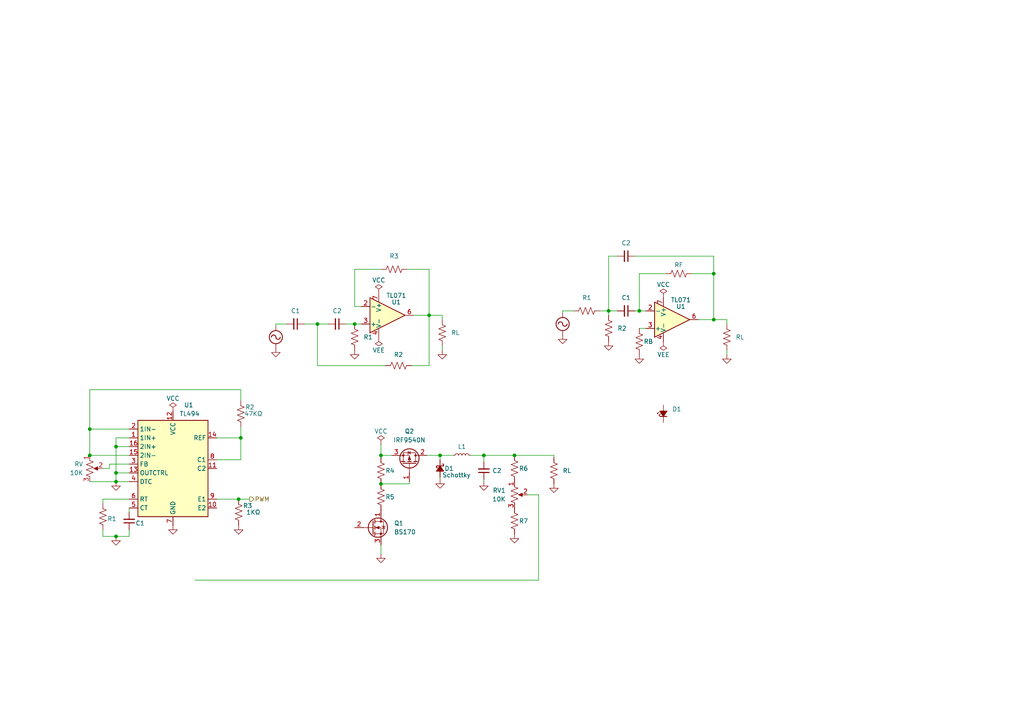
<source format=kicad_sch>
(kicad_sch (version 20211123) (generator eeschema)
  (paper "A4")
  (lib_symbols
    (symbol "2N3904_1" (pin_names (offset 0) hide)
      (property "Reference" "Q1" (at 5.08 1.2701 0))
      (symbol "2N3904_1_1_1"
        (pin passive line (at -5.08 0 0) (length 5.715) (name "B") (number ""))
        (pin passive line (at 2.54 5.08 270) (length 2.54) (name "C") (number ""))
        (pin passive line (at 2.54 -5.08 90) (length 2.54) (name "E") (number ""))
      )
    )
    (symbol "74xx:74LS147" (pin_names (offset 1.016))
      (property "Reference" "U" (at -7.62 13.97 0))
      (property "Value" "74LS147" (at -7.62 -13.97 0))
      (symbol "74LS147_1_0"
        (pin input inverted (at -12.7 2.54 0) (length 5.08) (name "E4") (number "1"))
        (pin input inverted (at -12.7 -10.16 0) (length 5.08) (name "E9") (number "10"))
        (pin input inverted (at -12.7 10.16 0) (length 5.08) (name "E1") (number "11"))
        (pin input inverted (at -12.7 7.62 0) (length 5.08) (name "E2") (number "12"))
        (pin input inverted (at -12.7 5.08 0) (length 5.08) (name "E3") (number "13"))
        (pin output inverted (at 12.7 2.54 180) (length 5.08) (name "S3") (number "14"))
        (pin power_in line (at 0 17.78 270) (length 5.08) (name "VCC") (number "16"))
        (pin input inverted (at -12.7 0 0) (length 5.08) (name "E5") (number "2"))
        (pin input inverted (at -12.7 -2.54 0) (length 5.08) (name "E6") (number "3"))
        (pin input inverted (at -12.7 -5.08 0) (length 5.08) (name "E7") (number "4"))
        (pin input inverted (at -12.7 -7.62 0) (length 5.08) (name "E8") (number "5"))
        (pin output inverted (at 12.7 5.08 180) (length 5.08) (name "S2") (number "6"))
        (pin output inverted (at 12.7 7.62 180) (length 5.08) (name "S1") (number "7"))
        (pin power_in line (at 0 -17.78 90) (length 5.08) (name "GND") (number "8"))
        (pin output inverted (at 12.7 10.16 180) (length 5.08) (name "S0") (number "9"))
      )
    )
    (symbol "74xx:74LS192"
      (property "Reference" "U" (at -7.62 13.97 0))
      (property "Value" "74LS192" (at 5.08 13.97 0))
      (symbol "74LS192_1_0"
        (pin input line (at -12.7 7.62 0) (length 5.08) (name "B") (number "1"))
        (pin input line (at -12.7 5.08 0) (length 5.08) (name "C") (number "10"))
        (pin input line (at -12.7 -2.54 0) (length 5.08) (name "~{LOAD}") (number "11"))
        (pin output line (at 12.7 -2.54 180) (length 5.08) (name "~{CO}") (number "12"))
        (pin output line (at 12.7 -7.62 180) (length 5.08) (name "~{BO}") (number "13"))
        (pin input line (at -12.7 -12.7 0) (length 5.08) (name "CLR") (number "14"))
        (pin input line (at -12.7 10.16 0) (length 5.08) (name "A") (number "15"))
        (pin power_in line (at 0 17.78 270) (length 5.08) (name "VCC") (number "16"))
        (pin output line (at 12.7 7.62 180) (length 5.08) (name "QB") (number "2"))
        (pin output line (at 12.7 10.16 180) (length 5.08) (name "QA") (number "3"))
        (pin input clock (at -12.7 -10.16 0) (length 5.08) (name "DOWN") (number "4"))
        (pin input clock (at -12.7 -7.62 0) (length 5.08) (name "UP") (number "5"))
        (pin output line (at 12.7 5.08 180) (length 5.08) (name "QC") (number "6"))
        (pin output line (at 12.7 2.54 180) (length 5.08) (name "QD") (number "7"))
        (pin power_in line (at 0 -20.32 90) (length 5.08) (name "GND") (number "8"))
        (pin input line (at -12.7 2.54 0) (length 5.08) (name "D") (number "9"))
      )
    )
    (symbol "74xx:74LS47" (pin_names (offset 1.016))
      (property "Reference" "U" (at -7.62 11.43 0))
      (property "Value" "74LS47" (at -7.62 -13.97 0))
      (symbol "74LS47_1_0"
        (pin input line (at -12.7 5.08 0) (length 5.08) (name "B") (number "1"))
        (pin open_collector inverted (at 12.7 0 180) (length 5.08) (name "d") (number "10"))
        (pin open_collector inverted (at 12.7 2.54 180) (length 5.08) (name "c") (number "11"))
        (pin open_collector inverted (at 12.7 5.08 180) (length 5.08) (name "b") (number "12"))
        (pin open_collector inverted (at 12.7 7.62 180) (length 5.08) (name "a") (number "13"))
        (pin open_collector inverted (at 12.7 -7.62 180) (length 5.08) (name "g") (number "14"))
        (pin open_collector inverted (at 12.7 -5.08 180) (length 5.08) (name "f") (number "15"))
        (pin power_in line (at 0 15.24 270) (length 5.08) (name "VCC") (number "16"))
        (pin input line (at -12.7 2.54 0) (length 5.08) (name "C") (number "2"))
        (pin input inverted (at -12.7 -5.08 0) (length 5.08) (name "LT") (number "3"))
        (pin input inverted (at -12.7 -7.62 0) (length 5.08) (name "BI") (number "4"))
        (pin input inverted (at -12.7 -10.16 0) (length 5.08) (name "RBI") (number "5"))
        (pin input line (at -12.7 0 0) (length 5.08) (name "D") (number "6"))
        (pin input line (at -12.7 7.62 0) (length 5.08) (name "A") (number "7"))
        (pin power_in line (at 0 -17.78 90) (length 5.08) (name "GND") (number "8"))
        (pin open_collector inverted (at 12.7 -2.54 180) (length 5.08) (name "e") (number "9"))
      )
    )
    (symbol "ADP5063_1"
      (property "Value" "M38" (at 0 17.78 0))
      (symbol "ADP5063_1_1_1"
        (pin input line (at -10.16 -9.525 0) (length 2.54) (name "GND") (number ""))
        (pin output line (at 10.16 -6.985 180) (length 2.54) (name "Lout+") (number ""))
        (pin output line (at 10.16 -9.525 180) (length 2.54) (name "Lout-") (number ""))
        (pin output line (at 10.16 8.89 180) (length 2.54) (name "Rout+") (number ""))
        (pin output line (at 10.16 6.35 180) (length 2.54) (name "Rout-") (number ""))
        (pin input line (at -10.16 7.62 0) (length 2.54) (name "VBAT") (number ""))
        (pin passive line (at 10.16 12.7 180) (length 2.54) hide (name "ISO_Sx") (number "11"))
        (pin passive line (at 10.16 -5.08 180) (length 2.54) hide (name "ISO_Bx") (number "12"))
        (pin passive line (at 10.16 -5.08 180) (length 2.54) hide (name "ISO_Bx") (number "14"))
        (pin input line (at -10.16 12.7 0) (length 2.54) hide (name "VINx") (number "6"))
        (pin input line (at -10.16 12.7 0) (length 2.54) hide (name "VINx") (number "8"))
        (pin passive line (at 10.16 12.7 180) (length 2.54) hide (name "ISO_Sx") (number "9"))
      )
    )
    (symbol "Amplifier_Operational:MCP6001-OT" (pin_names (offset 0.127))
      (property "Reference" "U" (at -1.27 6.35 0))
      (property "Value" "MCP6001-OT" (at -1.27 3.81 0))
      (symbol "MCP6001-OT_0_1"
        (pin power_in line (at -2.54 -7.62 90) (length 3.81) (name "V-") (number "2"))
        (pin power_in line (at -2.54 7.62 270) (length 3.81) (name "V+") (number "5"))
      )
      (symbol "MCP6001-OT_1_1"
        (pin output line (at 7.62 0 180) (length 2.54) (name "~") (number "1"))
        (pin input line (at -7.62 2.54 0) (length 2.54) (name "+") (number "3"))
        (pin input line (at -7.62 -2.54 0) (length 2.54) (name "-") (number "4"))
      )
    )
    (symbol "Amplifier_Operational:MCP6004" (pin_names (offset 0.127))
      (property "Reference" "U" (at 0 5.08 0))
      (property "Value" "MCP6004" (at 0 -5.08 0))
      (symbol "MCP6004_1_1"
        (pin output line (at 7.62 0 180) (length 2.54) (name "~") (number "1"))
        (pin input line (at -7.62 -2.54 0) (length 2.54) (name "-") (number "2"))
        (pin input line (at -7.62 2.54 0) (length 2.54) (name "+") (number "3"))
      )
      (symbol "MCP6004_2_1"
        (pin input line (at -7.62 2.54 0) (length 2.54) (name "+") (number "5"))
        (pin input line (at -7.62 -2.54 0) (length 2.54) (name "-") (number "6"))
        (pin output line (at 7.62 0 180) (length 2.54) (name "~") (number "7"))
      )
      (symbol "MCP6004_3_1"
        (pin input line (at -7.62 2.54 0) (length 2.54) (name "+") (number "10"))
        (pin output line (at 7.62 0 180) (length 2.54) (name "~") (number "8"))
        (pin input line (at -7.62 -2.54 0) (length 2.54) (name "-") (number "9"))
      )
      (symbol "MCP6004_4_1"
        (pin input line (at -7.62 2.54 0) (length 2.54) (name "+") (number "12"))
        (pin input line (at -7.62 -2.54 0) (length 2.54) (name "-") (number "13"))
        (pin output line (at 7.62 0 180) (length 2.54) (name "~") (number "14"))
      )
      (symbol "MCP6004_5_1"
        (pin power_in line (at -2.54 -7.62 90) (length 3.81) (name "V-") (number "11"))
        (pin power_in line (at -2.54 7.62 270) (length 3.81) (name "V+") (number "4"))
      )
    )
    (symbol "Amplifier_Operational:TL071" (pin_names (offset 0.127))
      (property "Reference" "U?" (at 1.27 6.985 0))
      (property "Value" "TL071" (at 1.905 4.445 0))
      (symbol "TL071_1_1"
        (pin input line (at -7.62 -2.54 0) (length 2.54) (name "-") (number "2"))
        (pin input line (at -7.62 2.54 0) (length 2.54) (name "+") (number "3"))
        (pin power_in line (at -2.54 6.35 270) (length 2.5) (name "V-") (number "4"))
        (pin output line (at 7.62 0 180) (length 2.54) (name "~") (number "6"))
        (pin power_in line (at -2.54 -6.35 90) (length 2.5) (name "V+") (number "7"))
        (pin no_connect line (at 0 2.54 270) (length 2.54) hide (name "NC") (number "8"))
      )
    )
    (symbol "Battery_Management:ADP5063"
      (property "Value" "TP4056" (at 0 17.78 0))
      (symbol "ADP5063_1_1"
        (pin output line (at 10.16 7.62 180) (length 2.54) (name "BAT+") (number ""))
        (pin output line (at 10.16 -9.525 180) (length 2.54) (name "BAT-") (number ""))
        (pin input line (at -10.16 0 0) (length 2.54) (name "USB_C") (number ""))
        (pin passive line (at 10.16 12.7 180) (length 2.54) hide (name "ISO_Sx") (number "11"))
        (pin passive line (at 10.16 -5.08 180) (length 2.54) hide (name "ISO_Bx") (number "12"))
        (pin passive line (at 10.16 -5.08 180) (length 2.54) hide (name "ISO_Bx") (number "14"))
        (pin input line (at -10.16 12.7 0) (length 2.54) hide (name "VINx") (number "6"))
        (pin input line (at -10.16 12.7 0) (length 2.54) hide (name "VINx") (number "8"))
        (pin passive line (at 10.16 12.7 180) (length 2.54) hide (name "ISO_Sx") (number "9"))
      )
    )
    (symbol "Connector:Conn_01x02_Female" (pin_names (offset 1.016) hide)
      (property "Reference" "J?" (at -5.715 3.175 0))
      (property "Value" "Conn_01x02_Female" (at -3.175 3.175 0))
      (symbol "Conn_01x02_Female_1_1"
        (pin passive line (at 0 -2.54 180) (length 3.81) (name "") (number ""))
        (pin passive line (at 0 0 180) (length 3.81) (name "") (number ""))
        (pin passive line (at -5.08 -2.54 0) (length 3.81) (name "Pin_2") (number "BLK"))
        (pin passive line (at -5.08 0 0) (length 3.81) (name "Pin_1") (number "RED"))
      )
    )
    (symbol "Connector:Conn_01x02_Male" (pin_names (offset 1.016) hide)
      (property "Reference" "J1" (at 4.445 5.715 0))
      (property "Value" "Conn_01x02_Male" (at 4.445 3.175 0))
      (symbol "Conn_01x02_Male_1_1"
        (pin passive line (at 1.27 0 0) (length 3.81) (name "Pin_1") (number ""))
        (pin passive line (at 1.27 -2.54 0) (length 3.81) (name "Pin_2") (number ""))
        (pin passive line (at 5.08 0 180) (length 3.81) (name "Pin_1") (number "1"))
        (pin passive line (at 5.08 -2.54 180) (length 3.81) (name "Pin_2") (number "2"))
      )
    )
    (symbol "Connector:Conn_01x03_Female" (pin_names (offset 1.016) hide)
      (property "Reference" "J?" (at -13.97 -5.08 0))
      (property "Value" "Conn_01x03_Female" (at -2.54 -5.08 0))
      (symbol "Conn_01x03_Female_1_1"
        (pin passive line (at 0 -2.54 180) (length 3.81) (name "Pin_1") (number ""))
        (pin passive line (at 0 0 180) (length 3.81) (name "Pin_1") (number ""))
        (pin passive line (at 0 2.54 180) (length 3.81) (name "Pin_1") (number ""))
        (pin passive line (at -5.08 2.54 0) (length 3.81) (name "1") (number "BLK"))
        (pin passive line (at -5.08 0 0) (length 3.81) (name "Pin_2") (number "RED"))
        (pin passive line (at -5.08 -2.54 0) (length 3.81) (name "3") (number "WHT"))
      )
    )
    (symbol "Connector:TestPoint" (pin_numbers hide) (pin_names (offset 0.762) hide)
      (property "Reference" "TP" (at 0 6.858 0))
      (property "Value" "TestPoint" (at 0 5.08 0))
      (symbol "TestPoint_1_1"
        (pin passive line (at 0 0 90) (length 2.54) (name "1") (number "1"))
      )
    )
    (symbol "Device:Battery_Cell" (pin_numbers hide) (pin_names (offset 0) hide)
      (property "Reference" "BT" (at 2.54 2.54 0))
      (property "Value" "Battery_Cell" (at 2.54 0 0))
      (symbol "Battery_Cell_1_1"
        (pin passive line (at 0 5.08 270) (length 2.54) (name "+") (number "1"))
        (pin passive line (at 0 -2.54 90) (length 2.54) (name "-") (number "2"))
      )
    )
    (symbol "Device:C_Small" (pin_numbers hide) (pin_names (offset 0.254) hide)
      (property "Reference" "C" (at 0.254 1.778 0))
      (property "Value" "C_Small" (at 0.254 -2.032 0))
      (symbol "C_Small_1_1"
        (pin passive line (at 0 2.54 270) (length 2.032) (name "~") (number "1"))
        (pin passive line (at 0 -2.54 90) (length 2.032) (name "~") (number "2"))
      )
    )
    (symbol "Device:D_Schottky_Small_Filled" (pin_numbers hide) (pin_names (offset 0.254) hide)
      (property "Reference" "D" (at -1.27 2.032 0))
      (property "Value" "D_Schottky_Small_Filled" (at -7.112 -2.032 0))
      (symbol "D_Schottky_Small_Filled_1_1"
        (pin passive line (at -2.54 0 0) (length 1.778) (name "K") (number "1"))
        (pin passive line (at 2.54 0 180) (length 1.778) (name "A") (number "2"))
      )
    )
    (symbol "Device:LED_Small_Filled" (pin_numbers hide) (pin_names (offset 0.254) hide)
      (property "Reference" "D" (at -1.27 3.175 0))
      (property "Value" "LED_Small_Filled" (at -4.445 -2.54 0))
      (symbol "LED_Small_Filled_1_1"
        (pin passive line (at -2.54 0 0) (length 1.778) (name "K") (number "1"))
        (pin passive line (at 2.54 0 180) (length 1.778) (name "A") (number "2"))
      )
    )
    (symbol "Device:L_Small" (pin_numbers hide) (pin_names (offset 0.254) hide)
      (property "Reference" "L" (at 0.762 1.016 0))
      (property "Value" "L_Small" (at 0.762 -1.016 0))
      (symbol "L_Small_1_1"
        (pin passive line (at 0 2.54 270) (length 0.508) (name "~") (number "1"))
        (pin passive line (at 0 -2.54 90) (length 0.508) (name "~") (number "2"))
      )
    )
    (symbol "Device:R_Potentiometer_US" (pin_names (offset 1.016) hide)
      (property "Reference" "RV" (at -4.445 0 90))
      (property "Value" "R_Potentiometer_US" (at -2.54 0 90))
      (symbol "R_Potentiometer_US_1_1"
        (pin passive line (at 0 3.81 270) (length 1.27) (name "1") (number "1"))
        (pin passive line (at 3.81 0 180) (length 1.27) (name "2") (number "2"))
        (pin passive line (at 0 -3.81 90) (length 1.27) (name "3") (number "3"))
      )
    )
    (symbol "Device:R_Small_US" (pin_numbers hide) (pin_names (offset 0.254) hide)
      (property "Reference" "R" (at 0.762 0.508 0))
      (property "Value" "R_Small_US" (at 0.762 -1.016 0))
      (symbol "R_Small_US_1_1"
        (pin passive line (at 0 2.54 270) (length 1.016) (name "~") (number "1"))
        (pin passive line (at 0 -2.54 90) (length 1.016) (name "~") (number "2"))
      )
    )
    (symbol "Device:R_US" (pin_numbers hide) (pin_names (offset 0))
      (property "Reference" "R" (at 2.54 0 90))
      (property "Value" "R_US" (at -2.54 0 90))
      (symbol "R_US_1_1"
        (pin passive line (at 0 3.81 270) (length 1.27) (name "~") (number "1"))
        (pin passive line (at 0 -3.81 90) (length 1.27) (name "~") (number "2"))
      )
    )
    (symbol "Device:R_Variable_US" (pin_numbers hide) (pin_names (offset 0))
      (property "Reference" "R" (at 2.54 -2.54 90))
      (property "Value" "R_Variable_US" (at -2.54 -1.27 90))
      (symbol "R_Variable_US_1_1"
        (pin passive line (at 0 3.81 270) (length 1.27) (name "~") (number "1"))
        (pin passive line (at 0 -3.81 90) (length 1.27) (name "~") (number "2"))
      )
    )
    (symbol "Diode:1N4001" (pin_numbers hide) (pin_names hide)
      (property "Reference" "D?" (at 3.175 1.2701 90))
      (property "Value" "1N4001" (at 3.175 -1.2699 90))
      (symbol "1N4001_1_1"
        (pin passive line (at -3.81 0 0) (length 2.54) (name "K") (number "1"))
        (pin passive line (at 3.81 0 180) (length 2.54) (name "A") (number "2"))
      )
    )
    (symbol "Display_Character:HDSP-7401"
      (property "Reference" "U" (at -3.81 13.97 0))
      (property "Value" "HDSP-7401" (at 6.35 13.97 0))
      (symbol "HDSP-7401_1_0"
        (text "A" (at 0.254 2.413 0) (effects (font (size 0.508 0.508))))
        (text "B" (at 2.54 1.651 0) (effects (font (size 0.508 0.508))))
        (text "C" (at 2.286 -1.397 0) (effects (font (size 0.508 0.508))))
        (text "D" (at -0.254 -2.159 0) (effects (font (size 0.508 0.508))))
        (text "DP" (at 3.556 -2.921 0) (effects (font (size 0.508 0.508))))
        (text "E" (at -2.54 -1.397 0) (effects (font (size 0.508 0.508))))
        (text "F" (at -2.286 1.651 0) (effects (font (size 0.508 0.508))))
        (text "G" (at 0 0.889 0) (effects (font (size 0.508 0.508))))
      )
      (symbol "HDSP-7401_1_1"
        (pin input line (at 7.62 -7.62 180) (length 2.54) (name "CA") (number "1"))
        (pin input line (at -7.62 7.62 0) (length 2.54) (name "A") (number "10"))
        (pin input line (at -7.62 -5.08 0) (length 2.54) (name "F") (number "2"))
        (pin input line (at -7.62 -7.62 0) (length 2.54) (name "G") (number "3"))
        (pin input line (at -7.62 -2.54 0) (length 2.54) (name "E") (number "4"))
        (pin input line (at -7.62 0 0) (length 2.54) (name "D") (number "5"))
        (pin input line (at 7.62 -10.16 180) (length 2.54) (name "CA") (number "6"))
        (pin input line (at -7.62 -10.16 0) (length 2.54) (name "DP") (number "7"))
        (pin input line (at -7.62 2.54 0) (length 2.54) (name "C") (number "8"))
        (pin input line (at -7.62 5.08 0) (length 2.54) (name "B") (number "9"))
      )
    )
    (symbol "Driver_Motor:A4953_LJ" (pin_names (offset 1.016))
      (property "Reference" "ESC" (at 2.0194 10.16 0))
      (symbol "A4953_LJ_1_1"
        (pin power_out line (at 10.16 -2.54 180) (length 2.54) (name "Motor") (number ""))
        (pin power_out line (at 10.16 0 180) (length 2.54) (name "Motor") (number ""))
        (pin input line (at -10.16 -5.08 0) (length 2.54) (name "PWM") (number ""))
        (pin input line (at -10.16 -2.54 0) (length 2.54) (name "PWM") (number ""))
        (pin input line (at -10.16 0 0) (length 2.54) (name "PWM") (number ""))
        (pin power_in line (at -1.27 10.16 270) (length 2.54) (name "GND") (number "1"))
        (pin power_in line (at 1.27 10.16 270) (length 2.54) (name "VBB") (number "5"))
      )
    )
    (symbol "Motor:Motor_DC_ALT" (pin_names (offset 0))
      (property "Reference" "M" (at 2.54 2.54 0))
      (property "Value" "Motor_DC_ALT" (at 2.54 -5.08 0))
      (symbol "Motor_DC_ALT_1_1"
        (pin passive line (at 0 5.08 270) (length 2.54) (name "+") (number "1"))
        (pin passive line (at 0 -7.62 90) (length 2.54) (name "-") (number "2"))
      )
    )
    (symbol "PWR_FLAG_1" (power) (pin_numbers hide) (pin_names (offset 0) hide)
      (property "Value" "PWR_FLAG_1" (at 0 -4.445 0))
      (symbol "PWR_FLAG_1_0_0"
        (pin power_out line (at 0 0 90) (length 0) (name "pwr") (number "1"))
      )
    )
    (symbol "PWR_FLAG_2" (power) (pin_numbers hide) (pin_names (offset 0) hide)
      (property "Value" "PWR_FLAG_2" (at 0 3.81 0))
      (symbol "PWR_FLAG_2_0_0"
        (pin power_out line (at 0 0 90) (length 0) (name "pwr") (number "1"))
      )
    )
    (symbol "PWR_FLAG_3" (power) (pin_numbers hide) (pin_names (offset 0) hide)
      (property "Value" "PWR_FLAG_3" (at 0 3.81 0))
      (symbol "PWR_FLAG_3_0_0"
        (pin power_out line (at 0 0 90) (length 0) (name "pwr") (number "1"))
      )
    )
    (symbol "Regulator_Controller:TL494"
      (property "Reference" "U1" (at 2.0194 20.32 0))
      (property "Value" "TL494" (at 2.0194 17.78 0))
      (symbol "TL494_1_1"
        (pin input line (at -12.7 10.16 0) (length 2.54) (name "1IN+") (number "1"))
        (pin passive line (at 12.7 -10.16 180) (length 2.54) (name "E2") (number "10"))
        (pin passive line (at 12.7 1.27 180) (length 2.54) (name "C2") (number "11"))
        (pin power_in line (at 0 17.78 270) (length 2.54) (name "VCC") (number "12"))
        (pin input line (at -12.7 0 0) (length 2.54) (name "OUTCTRL") (number "13"))
        (pin power_out line (at 12.7 10.16 180) (length 2.54) (name "REF") (number "14"))
        (pin input line (at -12.7 5.08 0) (length 2.54) (name "2IN-") (number "15"))
        (pin input line (at -12.7 7.62 0) (length 2.54) (name "2IN+") (number "16"))
        (pin input line (at -12.7 12.7 0) (length 2.54) (name "1IN-") (number "2"))
        (pin output line (at -12.7 2.54 0) (length 2.54) (name "FB") (number "3"))
        (pin input line (at -12.7 -2.54 0) (length 2.54) (name "DTC") (number "4"))
        (pin passive line (at -12.7 -10.16 0) (length 2.54) (name "CT") (number "5"))
        (pin passive line (at -12.7 -7.62 0) (length 2.54) (name "RT") (number "6"))
        (pin power_in line (at 0 -15.24 90) (length 2.54) (name "GND") (number "7"))
        (pin passive line (at 12.7 3.81 180) (length 2.54) (name "C1") (number "8"))
        (pin passive line (at 12.7 -7.62 180) (length 2.54) (name "E1") (number "9"))
      )
    )
    (symbol "Speaker_1" (pin_names (offset 0) hide)
      (symbol "Speaker_1_1_1"
        (pin input line (at -5.08 0 0) (length 2.54) (name "1") (number "+"))
        (pin input line (at -5.08 -2.54 0) (length 2.54) (name "2") (number "-"))
      )
    )
    (symbol "Switch:SW_SPST" (pin_names (offset 0) hide)
      (symbol "SW_SPST_1_1"
        (pin passive line (at -5.08 0 0) (length 2.54) (name "A") (number ""))
        (pin passive line (at 5.08 0 180) (length 2.54) (name "B") (number ""))
      )
    )
    (symbol "Transistor_BJT:2N3904" (pin_names (offset 0) hide)
      (property "Reference" "Q2" (at -5.08 1.2701 0))
      (symbol "2N3904_1_1"
        (pin passive line (at -5.08 0 0) (length 5.715) (name "B") (number ""))
        (pin passive line (at 2.54 5.08 270) (length 2.54) (name "C") (number ""))
        (pin passive line (at 2.54 -5.08 90) (length 2.54) (name "E") (number ""))
      )
    )
    (symbol "Transistor_BJT:2N3906" (pin_names (offset 0) hide)
      (property "Reference" "Q7" (at 5.715 0.0001 0))
      (symbol "2N3906_1_1"
        (pin input line (at -5.08 0 0) (length 5.715) (name "B") (number ""))
        (pin passive line (at 2.54 5.08 270) (length 2.54) (name "C") (number ""))
        (pin passive line (at 2.54 -5.08 90) (length 2.54) (name "E") (number ""))
      )
    )
    (symbol "Transistor_BJT:TIP41" (pin_names (offset 0) hide)
      (property "Reference" "Q" (at 6.35 1.905 0))
      (property "Value" "TIP41" (at 6.35 0 0))
      (symbol "TIP41_1_1"
        (pin input line (at -5.08 0 0) (length 5.715) (name "B") (number "1"))
        (pin passive line (at 2.54 5.08 270) (length 2.54) (name "C") (number "2"))
        (pin passive line (at 2.54 -5.08 90) (length 2.54) (name "E") (number "3"))
      )
    )
    (symbol "Transistor_BJT:TIP42" (pin_names (offset 0) hide)
      (property "Reference" "Q" (at 6.35 1.905 0))
      (property "Value" "TIP42" (at 6.35 0 0))
      (symbol "TIP42_1_1"
        (pin input line (at -5.08 0 0) (length 5.715) (name "B") (number "1"))
        (pin passive line (at 2.54 5.08 270) (length 2.54) (name "C") (number "2"))
        (pin passive line (at 2.54 -5.08 90) (length 2.54) (name "E") (number "3"))
      )
    )
    (symbol "Transistor_FET:BS170" (pin_names hide)
      (property "Reference" "Q" (at 5.08 1.905 0))
      (property "Value" "BS170" (at 5.08 0 0))
      (symbol "BS170_1_1"
        (pin passive line (at 2.54 5.08 270) (length 2.54) (name "D") (number "1"))
        (pin input line (at -5.08 0 0) (length 2.54) (name "G") (number "2"))
        (pin passive line (at 2.54 -5.08 90) (length 2.54) (name "S") (number "3"))
      )
    )
    (symbol "Transistor_FET:IRF9540N" (pin_names hide)
      (property "Reference" "Q" (at 5.08 1.905 0))
      (property "Value" "IRF9540N" (at 5.08 0 0))
      (symbol "IRF9540N_1_1"
        (pin input line (at -5.08 0 0) (length 2.54) (name "G") (number "1"))
        (pin passive line (at 2.54 5.08 270) (length 2.54) (name "D") (number "2"))
        (pin passive line (at 2.54 -5.08 90) (length 2.54) (name "S") (number "3"))
      )
    )
    (symbol "power:AC" (power) (pin_names (offset 0))
      (property "Value" "AC" (at -3.81 3.81 0))
      (symbol "AC_1_1"
        (pin power_in line (at 0 0 90) (length 0) hide (name "AC") (number "1"))
        (pin power_in line (at 0 6.35 180) (length 0) hide (name "AC") (number "1"))
      )
    )
    (symbol "power:GND" (power) (pin_names (offset 0))
      (property "Value" "GND" (at 0 -3.81 0))
      (symbol "GND_1_1"
        (pin power_in line (at 0 0 270) (length 0) hide (name "GND") (number "1"))
      )
    )
    (symbol "power:GND1" (power) (pin_names (offset 0))
      (property "Value" "GND1" (at 0 -3.81 0))
      (symbol "GND1_1_1"
        (pin power_in line (at 0 0 270) (length 0) hide (name "GND1") (number "1"))
      )
    )
    (symbol "power:PWR_FLAG" (power) (pin_numbers hide) (pin_names (offset 0) hide)
      (property "Value" "VCC" (at 0 5.715 0))
      (symbol "PWR_FLAG_0_0"
        (pin power_out line (at 0 0 90) (length 0) (name "pwr") (number "1"))
      )
    )
    (symbol "power:VAC" (power) (pin_names (offset 0))
      (property "Value" "VAC" (at 0 7.62 0))
      (symbol "VAC_1_1"
        (pin power_in line (at 0 0 90) (length 0) hide (name "VAC") (number "1"))
        (pin power_in line (at 0 6.35 90) (length 0) hide (name "VAC") (number "1"))
      )
    )
  )
  (junction (at 207.01 92.71))
  (junction (at 400.05 143.51))
  (junction (at -76.835 59.69))
  (junction (at 33.655 155.575))
  (junction (at -227.33 245.11))
  (junction (at -215.265 76.835))
  (junction (at 387.35 143.51))
  (junction (at 334.01 84.455))
  (junction (at 33.655 137.16))
  (junction (at 45.085 271.145))
  (junction (at 485.14 127.635))
  (junction (at 356.235 143.51))
  (junction (at 33.655 129.54))
  (junction (at -240.03 24.13))
  (junction (at -113.03 59.69))
  (junction (at 207.01 79.375))
  (junction (at -92.075 67.31))
  (junction (at 127.635 132.08))
  (junction (at 485.14 189.865))
  (junction (at 476.885 175.895))
  (junction (at 386.08 146.05))
  (junction (at -231.14 11.43))
  (junction (at 388.62 140.97))
  (junction (at 102.87 93.98))
  (junction (at 485.14 98.425))
  (junction (at 33.655 139.7))
  (junction (at -128.27 80.01))
  (junction (at -41.275 59.69))
  (junction (at 69.215 144.78))
  (junction (at -76.835 90.805))
  (junction (at 185.42 90.17))
  (junction (at 476.885 113.665))
  (junction (at 476.885 142.875))
  (junction (at 433.705 25.4))
  (junction (at -119.38 74.93))
  (junction (at 417.83 138.43))
  (junction (at 485.14 221.615))
  (junction (at -64.135 17.145))
  (junction (at 110.49 132.08))
  (junction (at 405.765 41.275))
  (junction (at 368.935 171.45))
  (junction (at -64.135 103.505))
  (junction (at -123.825 100.33))
  (junction (at 176.53 90.17))
  (junction (at 366.395 67.31))
  (junction (at 485.14 160.655))
  (junction (at 26.035 132.08))
  (junction (at 459.105 38.735))
  (junction (at 384.81 148.59))
  (junction (at 45.085 254))
  (junction (at 140.335 132.08))
  (junction (at 356.235 146.05))
  (junction (at 450.85 140.97))
  (junction (at 26.035 124.46))
  (junction (at -124.46 46.99))
  (junction (at 447.675 140.97))
  (junction (at -146.05 67.31))
  (junction (at 476.885 203.835))
  (junction (at -51.435 59.69))
  (junction (at 400.05 140.97))
  (junction (at 110.49 140.335))
  (junction (at 351.155 86.995))
  (junction (at 69.85 127))
  (junction (at 400.05 146.05))
  (junction (at 356.235 148.59))
  (junction (at 124.46 91.44))
  (junction (at -76.835 29.845))
  (junction (at 431.165 41.275))
  (junction (at 422.275 138.43))
  (junction (at 455.295 38.735))
  (junction (at 400.05 135.89))
  (junction (at 383.54 69.85))
  (junction (at -119.38 88.9))
  (junction (at 417.83 41.275))
  (junction (at -227.965 97.155))
  (junction (at -227.965 76.835))
  (junction (at 149.225 132.08))
  (junction (at 92.075 93.98))
  (junction (at 431.165 138.43))
  (junction (at -231.14 264.16))
  (junction (at -102.87 67.31))
  (no_connect (at -228.6 261.62))
  (wire (pts (xy -146.05 67.31) (xy -143.51 67.31)))
  (wire (pts (xy 450.85 140.97) (xy 452.755 140.97)))
  (wire (pts (xy -233.68 259.08) (xy -228.6 259.08)))
  (wire (pts (xy 356.235 171.45) (xy 356.235 163.83)))
  (wire (pts (xy 450.85 38.735) (xy 455.295 38.735)))
  (wire (pts (xy -252.73 76.835) (xy -246.38 76.835)))
  (wire (pts (xy 381.635 146.05) (xy 386.08 146.05)))
  (wire (pts (xy 335.28 89.535) (xy 332.74 89.535)))
  (wire (pts (xy 417.83 47.625) (xy 417.83 53.34)))
  (wire (pts (xy 476.885 175.895) (xy 496.57 175.895)))
  (wire (pts (xy 31.75 135.89) (xy 31.75 134.62)))
  (wire (pts (xy 365.125 86.995) (xy 365.125 80.645)))
  (wire (pts (xy 443.23 125.095) (xy 447.675 125.095)))
  (wire (pts (xy -113.03 58.42) (xy -113.03 59.69)))
  (wire (pts (xy 31.75 134.62) (xy 37.465 134.62)))
  (wire (pts (xy -84.455 67.31) (xy -84.455 113.03)))
  (wire (pts (xy -252.73 97.155) (xy -227.965 97.155)))
  (wire (pts (xy 69.215 144.78) (xy 72.39 144.78)))
  (wire (pts (xy 381.635 143.51) (xy 387.35 143.51)))
  (wire (pts (xy 388.62 140.97) (xy 388.62 162.56)))
  (wire (pts (xy 396.875 140.97) (xy 400.05 140.97)))
  (wire (pts (xy 45.085 258.445) (xy 45.085 254)))
  (wire (pts (xy 386.08 146.05) (xy 386.08 167.64)))
  (wire (pts (xy 524.51 170.815) (xy 526.415 170.815)))
  (wire (pts (xy -124.46 44.45) (xy -124.46 46.99)))
  (wire (pts (xy 400.05 125.095) (xy 400.05 135.89)))
  (wire (pts (xy 33.655 155.575) (xy 29.845 155.575)))
  (wire (pts (xy -233.68 264.16) (xy -231.14 264.16)))
  (wire (pts (xy 435.61 36.195) (xy 433.705 36.195)))
  (wire (pts (xy 418.465 25.4) (xy 418.465 27.94)))
  (wire (pts (xy 431.165 125.095) (xy 435.61 125.095)))
  (wire (pts (xy 351.155 86.995) (xy 365.125 86.995)))
  (wire (pts (xy -92.075 67.31) (xy -92.075 69.215)))
  (wire (pts (xy -147.955 67.31) (xy -146.05 67.31)))
  (wire (pts (xy -223.52 261.62) (xy -219.075 261.62)))
  (wire (pts (xy 92.075 93.98) (xy 92.075 106.045)))
  (wire (pts (xy 333.375 84.455) (xy 334.01 84.455)))
  (wire (pts (xy 485.14 160.655) (xy 496.57 160.655)))
  (wire (pts (xy 485.14 221.615) (xy 496.57 221.615)))
  (wire (pts (xy 417.83 138.43) (xy 422.275 138.43)))
  (wire (pts (xy 524.51 206.375) (xy 511.81 206.375)))
  (wire (pts (xy 160.655 132.08) (xy 149.225 132.08)))
  (wire (pts (xy -64.135 41.275) (xy -59.055 41.275)))
  (wire (pts (xy 37.465 147.32) (xy 37.465 148.59)))
  (wire (pts (xy 45.085 266.065) (xy 45.085 271.145)))
  (wire (pts (xy 433.705 25.4) (xy 441.325 25.4)))
  (wire (pts (xy 520.7 145.415) (xy 511.81 145.415)))
  (wire (pts (xy 476.885 113.665) (xy 496.57 113.665)))
  (wire (pts (xy 110.49 128.905) (xy 110.49 132.08)))
  (wire (pts (xy -38.1 59.69) (xy -38.1 60.325)))
  (wire (pts (xy 485.14 98.425) (xy 496.57 98.425)))
  (wire (pts (xy 110.49 140.335) (xy 118.745 140.335)))
  (wire (pts (xy -76.835 17.145) (xy -64.135 17.145)))
  (wire (pts (xy 447.675 140.97) (xy 450.85 140.97)))
  (wire (pts (xy 384.81 170.18) (xy 399.415 170.18)))
  (wire (pts (xy -64.135 34.925) (xy -64.135 41.275)))
  (wire (pts (xy 356.235 148.59) (xy 356.235 153.67)))
  (wire (pts (xy 102.87 78.105) (xy 110.49 78.105)))
  (wire (pts (xy -113.03 46.99) (xy -113.03 50.8)))
  (wire (pts (xy 62.865 133.35) (xy 69.85 133.35)))
  (wire (pts (xy -124.46 46.99) (xy -113.03 46.99)))
  (wire (pts (xy -227.965 94.615) (xy -227.965 97.155)))
  (wire (pts (xy -76.835 48.26) (xy -76.835 59.69)))
  (wire (pts (xy 33.655 139.7) (xy 37.465 139.7)))
  (wire (pts (xy -119.38 88.9) (xy -119.38 85.09)))
  (wire (pts (xy -210.185 245.11) (xy -218.44 245.11)))
  (wire (pts (xy 350.52 86.995) (xy 351.155 86.995)))
  (wire (pts (xy 415.925 41.275) (xy 417.83 41.275)))
  (wire (pts (xy -175.895 267.97) (xy -175.895 266.7)))
  (wire (pts (xy 520.7 145.415) (xy 520.7 160.655)))
  (wire (pts (xy -248.92 11.43) (xy -248.92 13.97)))
  (wire (pts (xy -227.965 76.835) (xy -227.965 79.375)))
  (wire (pts (xy 455.295 38.735) (xy 455.295 25.4)))
  (wire (pts (xy -51.435 46.355) (xy -51.435 48.895)))
  (wire (pts (xy 33.655 137.16) (xy 37.465 137.16)))
  (wire (pts (xy 429.26 25.4) (xy 433.705 25.4)))
  (wire (pts (xy 383.54 69.85) (xy 386.08 69.85)))
  (wire (pts (xy 400.05 146.05) (xy 400.05 143.51)))
  (wire (pts (xy 368.935 171.45) (xy 356.235 171.45)))
  (wire (pts (xy -41.275 59.69) (xy -41.275 113.03)))
  (wire (pts (xy 29.845 135.89) (xy 31.75 135.89)))
  (wire (pts (xy 176.53 90.17) (xy 176.53 91.44)))
  (wire (pts (xy 33.655 137.16) (xy 33.655 139.7)))
  (wire (pts (xy -76.835 29.845) (xy -71.755 29.845)))
  (wire (pts (xy -102.87 67.31) (xy -100.33 67.31)))
  (wire (pts (xy 45.085 271.145) (xy 57.785 271.145)))
  (wire (pts (xy 526.415 155.575) (xy 524.51 155.575)))
  (wire (pts (xy 26.035 139.7) (xy 33.655 139.7)))
  (wire (pts (xy 185.42 95.25) (xy 187.325 95.25)))
  (wire (pts (xy 526.415 100.965) (xy 511.81 100.965)))
  (wire (pts (xy 400.05 143.51) (xy 400.05 140.97)))
  (wire (pts (xy 353.695 95.885) (xy 353.695 97.79)))
  (wire (pts (xy -119.38 98.425) (xy -119.38 100.33)))
  (wire (pts (xy -135.89 74.93) (xy -135.89 72.39)))
  (wire (pts (xy 123.825 132.08) (xy 127.635 132.08)))
  (wire (pts (xy 387.35 143.51) (xy 387.35 165.1)))
  (wire (pts (xy 384.81 148.59) (xy 389.255 148.59)))
  (wire (pts (xy -128.27 100.33) (xy -123.825 100.33)))
  (wire (pts (xy -231.14 264.16) (xy -228.6 264.16)))
  (wire (pts (xy -41.91 59.69) (xy -41.275 59.69)))
  (wire (pts (xy 400.05 148.59) (xy 400.05 146.05)))
  (wire (pts (xy 29.845 155.575) (xy 29.845 153.67)))
  (wire (pts (xy 111.76 106.045) (xy 92.075 106.045)))
  (wire (pts (xy -155.575 67.31) (xy -155.575 69.215)))
  (wire (pts (xy 128.27 100.33) (xy 128.27 101.6)))
  (wire (pts (xy 354.33 148.59) (xy 356.235 148.59)))
  (wire (pts (xy -113.03 74.93) (xy -113.03 72.39)))
  (wire (pts (xy 396.875 146.05) (xy 400.05 146.05)))
  (wire (pts (xy 485.14 189.865) (xy 496.57 189.865)))
  (wire (pts (xy -105.41 67.31) (xy -102.87 67.31)))
  (wire (pts (xy -76.835 26.67) (xy -76.835 29.845)))
  (wire (pts (xy -240.03 24.13) (xy -248.92 24.13)))
  (wire (pts (xy -76.835 79.375) (xy -76.835 90.805)))
  (wire (pts (xy 156.21 143.51) (xy 156.21 168.275)))
  (wire (pts (xy 69.85 127) (xy 69.85 133.35)))
  (wire (pts (xy 526.415 224.155) (xy 526.415 173.355)))
  (wire (pts (xy -227.965 76.835) (xy -227.965 74.295)))
  (wire (pts (xy 334.01 84.455) (xy 335.28 84.455)))
  (wire (pts (xy 110.49 132.08) (xy 113.665 132.08)))
  (wire (pts (xy -135.89 80.01) (xy -128.27 80.01)))
  (wire (pts (xy 387.35 143.51) (xy 389.255 143.51)))
  (wire (pts (xy 88.265 93.98) (xy 92.075 93.98)))
  (wire (pts (xy 104.775 88.9) (xy 102.87 88.9)))
  (wire (pts (xy 45.085 271.145) (xy 43.815 271.145)))
  (wire (pts (xy 522.605 168.275) (xy 526.415 168.275)))
  (wire (pts (xy -113.03 59.69) (xy -113.03 62.23)))
  (wire (pts (xy 153.035 143.51) (xy 156.21 143.51)))
  (wire (pts (xy -102.87 76.835) (xy -102.87 78.74)))
  (wire (pts (xy 522.605 130.175) (xy 522.605 158.115)))
  (wire (pts (xy 26.035 113.03) (xy 69.85 113.03)))
  (wire (pts (xy 140.335 139.065) (xy 140.335 139.7)))
  (wire (pts (xy 365.76 67.31) (xy 366.395 67.31)))
  (wire (pts (xy 356.235 140.97) (xy 356.235 143.51)))
  (wire (pts (xy 522.605 192.405) (xy 511.81 192.405)))
  (wire (pts (xy 92.075 93.98) (xy 95.25 93.98)))
  (wire (pts (xy -189.23 261.62) (xy -180.34 261.62)))
  (wire (pts (xy 431.165 138.43) (xy 431.165 125.095)))
  (wire (pts (xy 124.46 106.045) (xy 124.46 91.44)))
  (wire (pts (xy 62.865 127) (xy 69.85 127)))
  (wire (pts (xy -76.835 90.805) (xy -76.835 93.98)))
  (wire (pts (xy -135.89 88.9) (xy -135.89 90.17)))
  (wire (pts (xy -128.27 93.98) (xy -128.27 100.33)))
  (wire (pts (xy -215.265 76.835) (xy -210.82 76.835)))
  (wire (pts (xy 100.33 93.98) (xy 102.87 93.98)))
  (wire (pts (xy -41.275 59.69) (xy -38.1 59.69)))
  (wire (pts (xy 37.465 127) (xy 33.655 127)))
  (wire (pts (xy 432.435 162.56) (xy 434.975 162.56)))
  (wire (pts (xy 431.165 41.275) (xy 431.165 42.545)))
  (wire (pts (xy 160.655 132.715) (xy 160.655 132.08)))
  (wire (pts (xy -38.1 67.945) (xy -38.1 69.215)))
  (wire (pts (xy -135.89 46.99) (xy -135.89 50.8)))
  (wire (pts (xy -95.25 67.31) (xy -92.075 67.31)))
  (wire (pts (xy -51.435 56.515) (xy -51.435 59.69)))
  (wire (pts (xy 459.105 38.735) (xy 459.105 40.005)))
  (wire (pts (xy -46.99 59.69) (xy -51.435 59.69)))
  (wire (pts (xy 400.05 140.97) (xy 400.05 135.89)))
  (wire (pts (xy -155.575 67.31) (xy -153.035 67.31)))
  (wire (pts (xy -92.71 59.69) (xy -76.835 59.69)))
  (wire (pts (xy 417.83 53.34) (xy 455.295 53.34)))
  (wire (pts (xy -231.14 24.13) (xy -240.03 24.13)))
  (wire (pts (xy 526.415 158.115) (xy 522.605 158.115)))
  (wire (pts (xy 80.01 93.98) (xy 83.185 93.98)))
  (wire (pts (xy 62.865 144.78) (xy 69.215 144.78)))
  (wire (pts (xy 156.21 168.275) (xy 56.515 168.275)))
  (wire (pts (xy 184.15 90.17) (xy 185.42 90.17)))
  (wire (pts (xy -135.89 58.42) (xy -135.89 62.23)))
  (wire (pts (xy 210.82 101.6) (xy 210.82 102.87)))
  (wire (pts (xy -135.89 46.99) (xy -124.46 46.99)))
  (wire (pts (xy 351.155 73.66) (xy 351.155 86.995)))
  (wire (pts (xy 45.085 254) (xy 43.815 254)))
  (wire (pts (xy 37.465 155.575) (xy 33.655 155.575)))
  (wire (pts (xy 207.01 92.71) (xy 210.82 92.71)))
  (wire (pts (xy 110.49 158.115) (xy 110.49 160.655)))
  (wire (pts (xy 455.295 53.34) (xy 455.295 38.735)))
  (wire (pts (xy -198.755 261.62) (xy -194.31 261.62)))
  (wire (pts (xy 476.885 142.875) (xy 496.57 142.875)))
  (wire (pts (xy 383.54 56.515) (xy 383.54 69.85)))
  (wire (pts (xy 388.62 162.56) (xy 399.415 162.56)))
  (wire (pts (xy 422.275 136.525) (xy 422.275 138.43)))
  (wire (pts (xy 37.465 129.54) (xy 33.655 129.54)))
  (wire (pts (xy 431.165 41.275) (xy 435.61 41.275)))
  (wire (pts (xy 455.295 38.735) (xy 459.105 38.735)))
  (wire (pts (xy 526.415 160.655) (xy 520.7 160.655)))
  (wire (pts (xy -119.38 74.93) (xy -113.03 74.93)))
  (wire (pts (xy 80.01 93.98) (xy 80.01 94.615)))
  (wire (pts (xy 417.83 41.275) (xy 422.275 41.275)))
  (wire (pts (xy 173.99 90.17) (xy 176.53 90.17)))
  (wire (pts (xy -231.14 20.32) (xy -231.14 24.13)))
  (wire (pts (xy 33.655 127) (xy 33.655 129.54)))
  (wire (pts (xy 367.665 72.39) (xy 365.125 72.39)))
  (wire (pts (xy -231.14 245.11) (xy -227.33 245.11)))
  (wire (pts (xy 433.705 36.195) (xy 433.705 25.4)))
  (wire (pts (xy 69.85 113.03) (xy 69.85 116.205)))
  (wire (pts (xy -51.435 84.455) (xy -51.435 103.505)))
  (wire (pts (xy 356.235 146.05) (xy 356.235 148.59)))
  (wire (pts (xy -215.265 76.835) (xy -215.265 83.82)))
  (wire (pts (xy 127.635 132.08) (xy 127.635 133.35)))
  (wire (pts (xy -218.44 242.57) (xy -207.645 242.57)))
  (wire (pts (xy 511.81 224.155) (xy 526.415 224.155)))
  (wire (pts (xy 511.81 178.435) (xy 520.7 178.435)))
  (wire (pts (xy -207.645 242.57) (xy -207.645 248.92)))
  (wire (pts (xy -223.52 259.08) (xy -219.075 259.08)))
  (wire (pts (xy 29.845 144.78) (xy 29.845 146.05)))
  (wire (pts (xy 185.42 79.375) (xy 193.04 79.375)))
  (wire (pts (xy 405.765 41.275) (xy 408.305 41.275)))
  (wire (pts (xy 356.235 67.31) (xy 356.235 69.85)))
  (wire (pts (xy 431.165 138.43) (xy 431.8 138.43)))
  (wire (pts (xy -64.135 79.375) (xy -59.055 79.375)))
  (wire (pts (xy -237.49 11.43) (xy -231.14 11.43)))
  (wire (pts (xy -189.23 259.08) (xy -180.34 259.08)))
  (wire (pts (xy 520.7 165.735) (xy 526.415 165.735)))
  (wire (pts (xy -180.34 261.62) (xy -180.34 267.97)))
  (wire (pts (xy 421.64 25.4) (xy 418.465 25.4)))
  (wire (pts (xy 118.745 140.335) (xy 118.745 139.7)))
  (wire (pts (xy 432.435 170.18) (xy 434.975 170.18)))
  (wire (pts (xy 140.335 132.08) (xy 149.225 132.08)))
  (wire (pts (xy -180.34 254) (xy -175.895 254)))
  (wire (pts (xy 207.01 79.375) (xy 200.66 79.375)))
  (wire (pts (xy -60.325 113.03) (xy -41.275 113.03)))
  (wire (pts (xy 379.095 56.515) (xy 383.54 56.515)))
  (wire (pts (xy 432.435 172.72) (xy 434.975 172.72)))
  (wire (pts (xy 176.53 90.17) (xy 179.07 90.17)))
  (wire (pts (xy 102.87 93.98) (xy 104.775 93.98)))
  (wire (pts (xy 524.51 170.815) (xy 524.51 206.375)))
  (wire (pts (xy 332.74 89.535) (xy 332.74 90.17)))
  (wire (pts (xy 396.875 148.59) (xy 400.05 148.59)))
  (wire (pts (xy -76.835 59.69) (xy -76.835 71.755)))
  (wire (pts (xy 524.51 116.205) (xy 511.81 116.205)))
  (wire (pts (xy -97.79 59.69) (xy -113.03 59.69)))
  (wire (pts (xy -76.835 103.505) (xy -64.135 103.505)))
  (wire (pts (xy -92.075 76.835) (xy -92.075 78.74)))
  (wire (pts (xy -128.27 80.01) (xy -127 80.01)))
  (wire (pts (xy -51.435 36.195) (xy -51.435 17.145)))
  (wire (pts (xy 29.845 144.78) (xy 37.465 144.78)))
  (wire (pts (xy 447.04 140.97) (xy 447.675 140.97)))
  (wire (pts (xy -146.05 76.835) (xy -146.05 78.74)))
  (wire (pts (xy 485.14 127.635) (xy 496.57 127.635)))
  (wire (pts (xy -248.92 20.32) (xy -248.92 24.13)))
  (wire (pts (xy -64.135 95.885) (xy -64.135 103.505)))
  (wire (pts (xy 396.875 143.51) (xy 400.05 143.51)))
  (wire (pts (xy 365.125 72.39) (xy 365.125 73.025)))
  (wire (pts (xy -227.965 76.835) (xy -215.265 76.835)))
  (wire (pts (xy 386.08 69.85) (xy 386.08 71.12)))
  (wire (pts (xy -120.65 88.9) (xy -119.38 88.9)))
  (wire (pts (xy -233.68 76.835) (xy -227.965 76.835)))
  (wire (pts (xy 382.905 69.85) (xy 383.54 69.85)))
  (wire (pts (xy 386.08 146.05) (xy 389.255 146.05)))
  (wire (pts (xy 400.05 135.89) (xy 402.59 135.89)))
  (wire (pts (xy -119.38 88.9) (xy -119.38 90.805)))
  (wire (pts (xy 187.325 90.17) (xy 185.42 90.17)))
  (wire (pts (xy -215.265 88.9) (xy -215.265 97.155)))
  (wire (pts (xy -135.89 81.28) (xy -135.89 80.01)))
  (wire (pts (xy 69.85 127) (xy 69.85 123.825)))
  (wire (pts (xy 207.01 92.71) (xy 207.01 79.375)))
  (wire (pts (xy 346.71 73.66) (xy 351.155 73.66)))
  (wire (pts (xy -223.52 264.16) (xy -219.075 264.16)))
  (wire (pts (xy -252.73 97.155) (xy -252.73 93.345)))
  (wire (pts (xy 119.38 106.045) (xy 124.46 106.045)))
  (wire (pts (xy 202.565 92.71) (xy 207.01 92.71)))
  (wire (pts (xy 524.51 116.205) (xy 524.51 155.575)))
  (wire (pts (xy -102.87 67.31) (xy -102.87 69.215)))
  (wire (pts (xy -252.73 81.915) (xy -252.73 76.835)))
  (wire (pts (xy -76.835 29.845) (xy -76.835 40.64)))
  (wire (pts (xy 26.035 113.03) (xy 26.035 124.46)))
  (wire (pts (xy -64.135 17.145) (xy -64.135 24.765)))
  (wire (pts (xy 179.07 74.295) (xy 176.53 74.295)))
  (wire (pts (xy 102.87 88.9) (xy 102.87 78.105)))
  (wire (pts (xy -51.435 59.69) (xy -51.435 64.135)))
  (wire (pts (xy 325.755 84.455) (xy 323.85 84.455)))
  (wire (pts (xy 127.635 132.08) (xy 131.445 132.08)))
  (wire (pts (xy -231.14 11.43) (xy -228.6 11.43)))
  (wire (pts (xy 366.395 67.31) (xy 366.395 56.515)))
  (wire (pts (xy -64.135 79.375) (xy -64.135 85.725)))
  (wire (pts (xy 432.435 165.1) (xy 434.975 165.1)))
  (wire (pts (xy 432.435 177.8) (xy 434.975 177.8)))
  (wire (pts (xy 207.01 74.295) (xy 184.15 74.295)))
  (wire (pts (xy 432.435 167.64) (xy 434.975 167.64)))
  (wire (pts (xy 334.01 73.66) (xy 339.09 73.66)))
  (wire (pts (xy -198.755 259.08) (xy -194.31 259.08)))
  (wire (pts (xy 413.385 125.095) (xy 417.83 125.095)))
  (wire (pts (xy 476.885 203.835) (xy 496.57 203.835)))
  (wire (pts (xy -210.185 248.92) (xy -210.185 245.11)))
  (wire (pts (xy 386.08 167.64) (xy 399.415 167.64)))
  (wire (pts (xy 381.635 148.59) (xy 384.81 148.59)))
  (wire (pts (xy -76.835 19.05) (xy -76.835 17.145)))
  (wire (pts (xy 136.525 132.08) (xy 140.335 132.08)))
  (wire (pts (xy 207.01 79.375) (xy 207.01 74.295)))
  (wire (pts (xy 127.635 138.43) (xy 127.635 139.065)))
  (wire (pts (xy -119.38 100.33) (xy -123.825 100.33)))
  (wire (pts (xy -67.945 113.03) (xy -84.455 113.03)))
  (wire (pts (xy 128.27 91.44) (xy 128.27 92.71)))
  (wire (pts (xy -92.075 67.31) (xy -84.455 67.31)))
  (wire (pts (xy -227.33 245.11) (xy -222.25 245.11)))
  (wire (pts (xy 429.895 41.275) (xy 431.165 41.275)))
  (wire (pts (xy 163.195 90.17) (xy 163.195 90.805)))
  (wire (pts (xy 37.465 153.67) (xy 37.465 155.575)))
  (wire (pts (xy 366.395 67.31) (xy 367.665 67.31)))
  (wire (pts (xy -180.34 259.08) (xy -180.34 254)))
  (wire (pts (xy 124.46 91.44) (xy 128.27 91.44)))
  (wire (pts (xy 26.035 132.08) (xy 26.035 124.46)))
  (wire (pts (xy -231.14 242.57) (xy -222.25 242.57)))
  (wire (pts (xy -231.14 11.43) (xy -231.14 15.24)))
  (wire (pts (xy -51.435 71.755) (xy -51.435 74.295)))
  (wire (pts (xy 57.785 254) (xy 57.785 254)))
  (wire (pts (xy 366.395 56.515) (xy 371.475 56.515)))
  (wire (pts (xy 37.465 132.08) (xy 26.035 132.08)))
  (wire (pts (xy 386.08 78.74) (xy 386.08 80.645)))
  (wire (pts (xy -227.965 97.155) (xy -215.265 97.155)))
  (wire (pts (xy -76.835 90.805) (xy -71.755 90.805)))
  (wire (pts (xy -128.27 83.82) (xy -128.27 80.01)))
  (wire (pts (xy -51.435 17.145) (xy -64.135 17.145)))
  (wire (pts (xy -51.435 103.505) (xy -64.135 103.505)))
  (wire (pts (xy 120.015 91.44) (xy 124.46 91.44)))
  (wire (pts (xy -240.03 24.13) (xy -240.03 25.4)))
  (wire (pts (xy 450.85 136.525) (xy 450.85 140.97)))
  (wire (pts (xy 176.53 74.295) (xy 176.53 90.17)))
  (wire (pts (xy -76.835 101.6) (xy -76.835 103.505)))
  (wire (pts (xy 447.675 140.97) (xy 447.675 125.095)))
  (wire (pts (xy 323.85 84.455) (xy 323.85 86.995)))
  (wire (pts (xy 432.435 175.26) (xy 434.975 175.26)))
  (wire (pts (xy 511.81 163.195) (xy 526.415 163.195)))
  (wire (pts (xy 387.35 165.1) (xy 399.415 165.1)))
  (wire (pts (xy -146.05 67.31) (xy -146.05 69.215)))
  (wire (pts (xy 381.635 140.97) (xy 388.62 140.97)))
  (wire (pts (xy 124.46 78.105) (xy 118.11 78.105)))
  (wire (pts (xy 210.82 92.71) (xy 210.82 93.98)))
  (wire (pts (xy 26.035 124.46) (xy 37.465 124.46)))
  (wire (pts (xy 358.14 67.31) (xy 356.235 67.31)))
  (wire (pts (xy 417.83 41.275) (xy 417.83 42.545)))
  (wire (pts (xy 185.42 90.17) (xy 185.42 79.375)))
  (wire (pts (xy 422.275 138.43) (xy 423.545 138.43)))
  (wire (pts (xy -242.57 11.43) (xy -248.92 11.43)))
  (wire (pts (xy 163.195 90.17) (xy 166.37 90.17)))
  (wire (pts (xy 459.105 47.625) (xy 459.105 48.895)))
  (wire (pts (xy 405.765 125.095) (xy 400.05 125.095)))
  (wire (pts (xy 33.655 129.54) (xy 33.655 137.16)))
  (wire (pts (xy 334.01 84.455) (xy 334.01 73.66)))
  (wire (pts (xy 522.605 168.275) (xy 522.605 192.405)))
  (wire (pts (xy 140.335 132.08) (xy 140.335 133.985)))
  (wire (pts (xy 520.7 165.735) (xy 520.7 178.435)))
  (wire (pts (xy 388.62 140.97) (xy 389.255 140.97)))
  (wire (pts (xy -135.89 74.93) (xy -119.38 74.93)))
  (wire (pts (xy 384.81 148.59) (xy 384.81 170.18)))
  (wire (pts (xy 431.165 47.625) (xy 431.165 48.895)))
  (wire (pts (xy 522.605 130.175) (xy 511.81 130.175)))
  (wire (pts (xy 417.83 125.095) (xy 417.83 138.43)))
  (wire (pts (xy 455.295 25.4) (xy 448.945 25.4)))
  (wire (pts (xy 45.085 254) (xy 47.625 254)))
  (wire (pts (xy 110.49 132.715) (xy 110.49 132.08)))
  (wire (pts (xy 124.46 91.44) (xy 124.46 78.105)))
  (wire (pts (xy -180.34 267.97) (xy -175.895 267.97)))
  (wire (pts (xy 356.235 143.51) (xy 356.235 146.05)))
  (wire (pts (xy 405.765 41.275) (xy 405.765 41.91)))
  (wire (pts (xy 526.415 100.965) (xy 526.415 153.035)))
  (text "Feedback" (at -68.58 111.76 0) (effects (font (size 1.27 1.27)) (justify left bottom)))
  (global_label "USB_C" (shape input) (at 23.495 261.62 180) (property "Intersheet References" "${INTERSHEET_REFS}" (effects hide)))
  (hierarchical_label "A_In" (shape input) (at 496.57 194.945 180))
  (hierarchical_label "A_In" (shape input) (at 496.57 165.735 180))
  (hierarchical_label "A_Out" (shape output) (at 452.755 140.97 0))
  (hierarchical_label "A_In" (shape input) (at 496.57 132.715 180))
  (hierarchical_label "A_In" (shape input) (at 496.57 226.695 180))
  (hierarchical_label "DC Motor Voltage +" (shape input) (at -231.14 242.57 180))
  (hierarchical_label "A_In" (shape input) (at 496.57 208.915 180))
  (hierarchical_label "V-OUT" (shape output) (at -210.82 76.835 0))
  (hierarchical_label "A_In" (shape input) (at 496.57 147.955 180))
  (hierarchical_label "PWM" (shape output) (at 72.39 144.78 0))
  (hierarchical_label "A_In" (shape input) (at 496.57 103.505 180))
  (hierarchical_label "Servo PWM BLK" (shape input) (at -233.68 264.16 180))
  (hierarchical_label "Servo PWM RED" (shape input) (at -233.68 259.08 180))
  (hierarchical_label "A_In" (shape input) (at 496.57 180.975 180))
  (hierarchical_label "A_In" (shape input) (at 496.57 118.745 180))
  (hierarchical_label "DC Motor Voltage -" (shape input) (at -231.14 245.11 180))
  (hierarchical_label "Out" (shape output) (at -228.6 11.43 0))
  (symbol (lib_id "Device:R_US") (at -146.05 73.025 0) (unit 1)
    (property "Reference" "R3" (at -144.78 73.025 0) (effects (justify left)))
    (property "Value" "R_US" (effects hide))
  )
  (symbol (lib_id "Amplifier_Operational:TL071") (at 410.21 138.43 0) (mirror x) (unit 1)
    (property "Reference" "U2" (at 412.75 134.62 0))
    (property "Value" "TL071" (at 412.75 132.715 0))
    (property "Datasheet" "http://www.ti.com/lit/ds/symlink/tl071.pdf" (effects hide))
  )
  (symbol (lib_id "power:GND1") (at 476.885 121.285 0) (unit 1)
    (property "Reference" "#PWR?" (effects hide))
    (property "Value" "GND1" (effects hide))
  )
  (symbol (lib_name "PWR_FLAG_3") (lib_id "power:PWR_FLAG") (at 501.65 155.575 0) (unit 1)
    (property "Reference" "#FLG?" (effects hide))
    (property "Value" "5V" (at 501.65 151.765 0))
  )
  (symbol (lib_name "PWR_FLAG_3") (lib_id "power:PWR_FLAG") (at 476.885 135.255 0) (unit 1)
    (property "Reference" "#FLG?" (effects hide))
    (property "Value" "5V" (at 476.885 131.445 0))
  )
  (symbol (lib_id "Device:R_US") (at -76.835 97.79 180) (unit 1)
    (property "Reference" "R10" (at -78.105 97.79 0) (effects (justify left)))
    (property "Value" "R_US" (effects hide))
  )
  (symbol (lib_id "Device:C_Small") (at 37.465 151.13 180) (unit 1)
    (property "Reference" "C1" (at 40.64 151.765 0))
    (property "Value" "0.0047uF" (effects hide))
  )
  (symbol (lib_id "power:GND1") (at 402.59 148.59 0) (unit 1)
    (property "Reference" "#PWR?" (effects hide))
    (property "Value" "GND1" (effects hide))
  )
  (symbol (lib_id "Connector:Conn_01x02_Male") (at -223.52 242.57 0) (unit 1)
    (property "Reference" "J1" (at -219.075 236.855 0))
    (property "Value" "Conn_01x02_Male" (at -219.075 239.395 0))
  )
  (symbol (lib_id "Device:R_US") (at 329.565 84.455 90) (unit 1)
    (property "Reference" "R1" (at 329.565 81.28 90))
    (property "Value" "R_US" (effects hide))
  )
  (symbol (lib_id "Device:R_US") (at 210.82 97.79 180) (unit 1)
    (property "Reference" "RL" (at 213.36 97.7899 0) (effects (justify right)))
    (property "Value" "R_US" (effects hide))
  )
  (symbol (lib_id "Amplifier_Operational:TL071") (at 375.285 69.85 0) (mirror x) (unit 1)
    (property "Reference" "U?" (at 377.825 66.04 0))
    (property "Value" "TL071" (at 377.825 64.135 0))
    (property "Datasheet" "http://www.ti.com/lit/ds/symlink/tl071.pdf" (effects hide))
  )
  (symbol (lib_id "Device:R_US") (at -227.965 83.185 0) (unit 1)
    (property "Reference" "R3" (at -225.425 81.915 0) (effects (justify left)))
    (property "Value" "330Ω" (at -226.06 84.455 0) (effects (justify left)))
  )
  (symbol (lib_id "power:GND1") (at 127.635 139.065 0) (unit 1)
    (property "Reference" "#PWR?" (effects hide))
    (property "Value" "GND1" (effects hide))
  )
  (symbol (lib_id "power:PWR_FLAG") (at 372.745 63.5 0) (unit 1)
    (property "Reference" "#FLG?" (effects hide))
    (property "Value" "VCC" (at 372.745 59.69 0))
  )
  (symbol (lib_id "Device:R_US") (at 428.625 177.8 90) (unit 1)
    (property "Reference" "R?" (effects hide))
    (property "Value" "R_US" (effects hide))
  )
  (symbol (lib_id "Transistor_FET:IRF9540N") (at 118.745 134.62 270) (mirror x) (unit 1)
    (property "Reference" "Q2" (at 118.745 125.095 90))
    (property "Value" "IRF9540N" (at 118.745 127.635 90))
    (property "Footprint" "Package_TO_SOT_THT:TO-220-3_Vertical" (effects hide))
    (property "Datasheet" "http://www.irf.com/product-info/datasheets/data/irf9540n.pdf" (effects hide))
  )
  (symbol (lib_id "power:GND1") (at 33.655 139.7 0) (unit 1)
    (property "Reference" "#PWR?" (effects hide))
    (property "Value" "GND1" (effects hide))
  )
  (symbol (lib_id "Device:R_US") (at 428.625 167.64 90) (unit 1)
    (property "Reference" "R?" (effects hide))
    (property "Value" "R_US" (effects hide))
  )
  (symbol (lib_id "power:PWR_FLAG") (at 50.165 119.38 0) (unit 1)
    (property "Reference" "#FLG?" (effects hide))
    (property "Value" "VCC" (at 50.165 115.57 0))
  )
  (symbol (lib_id "power:GND1") (at 501.65 170.815 0) (unit 1)
    (property "Reference" "#PWR?" (effects hide))
    (property "Value" "GND1" (effects hide))
  )
  (symbol (lib_name "PWR_FLAG_1") (lib_id "power:PWR_FLAG") (at -123.825 100.33 180) (unit 1)
    (property "Reference" "#FLG?" (effects hide))
    (property "Value" "VEE" (at -123.825 104.14 0))
  )
  (symbol (lib_id "Transistor_FET:BS170") (at 107.95 153.035 0) (unit 1)
    (property "Reference" "Q1" (at 114.3 151.7649 0) (effects (justify left)))
    (property "Value" "BS170" (at 114.3 154.3049 0) (effects (justify left)))
    (property "Footprint" "Package_TO_SOT_THT:TO-92_Inline" (effects hide))
    (property "Datasheet" "https://www.onsemi.com/pub/Collateral/BS170-D.PDF" (effects hide))
  )
  (symbol (lib_id "power:GND1") (at 176.53 99.06 0) (unit 1)
    (property "Reference" "#PWR?" (effects hide))
    (property "Value" "GND1" (effects hide))
  )
  (symbol (lib_id "power:GND1") (at 405.765 48.26 0) (unit 1)
    (property "Reference" "#PWR?" (effects hide))
    (property "Value" "GND1" (effects hide))
  )
  (symbol (lib_name "PWR_FLAG_1") (lib_id "power:PWR_FLAG") (at 109.855 97.79 180) (unit 1)
    (property "Reference" "#FLG?" (effects hide))
    (property "Value" "VEE" (at 109.855 101.6 0))
  )
  (symbol (lib_id "power:PWR_FLAG") (at 407.67 132.08 0) (unit 1)
    (property "Reference" "#FLG?" (effects hide))
    (property "Value" "VCC" (at 407.67 128.27 0))
  )
  (symbol (lib_id "Device:C_Small") (at 417.83 45.085 0) (unit 1)
    (property "Reference" "C1" (at 421.005 45.085 0))
    (property "Value" "0.01uF" (at 421.64 46.99 0))
  )
  (symbol (lib_id "power:GND1") (at 485.14 229.235 0) (unit 1)
    (property "Reference" "#PWR?" (effects hide))
    (property "Value" "GND1" (effects hide))
  )
  (symbol (lib_id "Device:R_Small_US") (at -231.14 17.78 0) (unit 1)
    (property "Reference" "R1" (at -228.6 17.7799 0) (effects (justify left)))
    (property "Value" "10KΩ" (effects hide))
  )
  (symbol (lib_id "Device:R_US") (at -64.135 113.03 90) (unit 1)
    (property "Reference" "R8" (at -62.865 115.57 90) (effects (justify left)))
    (property "Value" "R_US" (effects hide))
  )
  (symbol (lib_id "power:GND1") (at -135.89 90.17 0) (unit 1)
    (property "Reference" "#PWR?" (effects hide))
    (property "Value" "GND1" (effects hide))
  )
  (symbol (lib_id "Device:R_US") (at 431.8 147.32 180) (unit 1)
    (property "Reference" "R8" (at 434.34 147.955 0))
    (property "Value" "R_US" (effects hide))
  )
  (symbol (lib_id "power:AC") (at -155.575 75.565 0) (unit 1)
    (property "Reference" "#PWR?" (effects hide))
    (property "Value" "AC" (effects hide))
  )
  (symbol (lib_id "power:AC") (at 405.765 48.26 0) (unit 1)
    (property "Reference" "#PWR?" (effects hide))
    (property "Value" "AC" (effects hide))
  )
  (symbol (lib_name "PWR_FLAG_1") (lib_id "power:PWR_FLAG") (at 407.67 144.78 180) (unit 1)
    (property "Reference" "#FLG?" (effects hide))
    (property "Value" "VEE" (at 407.67 148.59 0))
  )
  (symbol (lib_id "Device:C_Small") (at 85.725 93.98 270) (unit 1)
    (property "Reference" "C1" (at 85.725 90.17 90))
    (property "Value" "0.0047uF" (effects hide))
  )
  (symbol (lib_id "power:GND1") (at 418.465 27.94 0) (unit 1)
    (property "Reference" "#PWR?" (effects hide))
    (property "Value" "GND1" (effects hide))
  )
  (symbol (lib_id "Amplifier_Operational:MCP6004") (at 504.19 100.965 0) (unit 5)
    (property "Reference" "U?" (effects hide))
    (property "Value" "MCP6004" (effects hide))
    (property "Datasheet" "http://ww1.microchip.com/downloads/en/DeviceDoc/21733j.pdf" (effects hide))
  )
  (symbol (lib_id "Device:R_US") (at 393.065 143.51 90) (unit 1)
    (property "Reference" "R2" (at 396.875 142.24 90))
    (property "Value" "R_US" (effects hide))
  )
  (symbol (lib_id "power:GND1") (at 149.225 154.94 0) (unit 1)
    (property "Reference" "#PWR?" (effects hide))
    (property "Value" "GND1" (effects hide))
  )
  (symbol (lib_id "power:GND1") (at 356.235 69.85 0) (unit 1)
    (property "Reference" "#PWR?" (effects hide))
    (property "Value" "GND1" (effects hide))
  )
  (symbol (lib_id "Device:R_US") (at 459.105 43.815 180) (unit 1)
    (property "Reference" "RL" (at 461.01 42.545 0) (effects (justify right)))
    (property "Value" "1KΩ" (at 464.82 45.085 0) (effects (justify left)))
    (property "Footprint" "  (symbol \"power:GND1\" (power) (pin_names (offset 0)) (in_bom yes) (on_board yes)" (effects hide))
    (property "Datasheet" "    (property \"Reference\" \"#PWR\" (id 0) (at 0 -6.35 0)" (effects hide))
  )
  (symbol (lib_id "Amplifier_Operational:MCP6001-OT") (at 664.21 205.74 0) (unit 1)
    (property "Reference" "U?" (at 677.545 201.041 0))
    (property "Value" "MCP6001-OT" (at 677.545 203.581 0))
    (property "Footprint" "Package_TO_SOT_SMD:SOT-23-5" (effects hide))
    (property "Datasheet" "http://ww1.microchip.com/downloads/en/DeviceDoc/21733j.pdf" (effects hide))
  )
  (symbol (lib_id "Motor:Motor_DC_ALT") (at -175.895 259.08 0) (unit 1)
    (property "Reference" "M?" (at -170.815 259.0799 0) (effects (justify left)))
    (property "Value" "Motor_DC_ALT" (at -170.815 261.6199 0) (effects (justify left)))
  )
  (symbol (lib_id "Amplifier_Operational:MCP6004") (at 504.19 130.175 0) (unit 3)
    (property "Reference" "U6" (at 502.285 130.175 0))
    (property "Value" "MCP6004" (effects hide))
    (property "Datasheet" "http://ww1.microchip.com/downloads/en/DeviceDoc/21733j.pdf" (effects hide))
  )
  (symbol (lib_id "Device:R_US") (at 485.14 186.055 180) (unit 1)
    (property "Reference" "R21" (at 488.315 186.69 0))
    (property "Value" "R_US" (effects hide))
  )
  (symbol (lib_id "Transistor_BJT:TIP42") (at -53.975 79.375 0) (mirror x) (unit 1)
    (property "Reference" "Q8" (at -48.26 78.1049 0) (effects (justify left)))
    (property "Value" "TIP42" (at -48.26 80.6449 0) (effects (justify left)))
    (property "Footprint" "Package_TO_SOT_THT:TO-220-3_Vertical" (effects hide))
    (property "Datasheet" "https://www.centralsemi.com/get_document.php?cmp=1&mergetype=pd&mergepath=pd&pdf_id=TIP42.PDF" (effects hide))
  )
  (symbol (lib_id "power:GND1") (at -38.1 69.215 0) (unit 1)
    (property "Reference" "#PWR?" (effects hide))
    (property "Value" "GND1" (effects hide))
  )
  (symbol (lib_id "Device:R_US") (at 128.27 96.52 180) (unit 1)
    (property "Reference" "RL" (at 130.81 96.5199 0) (effects (justify right)))
    (property "Value" "R_US" (effects hide))
  )
  (symbol (lib_id "Diode:1N4001") (at -209.55 5.715 90) (unit 1)
    (property "Reference" "D4" (at -207.645 5.715 90) (effects (justify right)))
    (property "Value" "1N4001" (effects hide))
    (property "Footprint" "Diode_THT:D_DO-41_SOD81_P10.16mm_Horizontal" (effects hide))
    (property "Datasheet" "http://www.vishay.com/docs/88503/1n4001.pdf" (effects hide))
  )
  (symbol (lib_id "Device:R_US") (at -76.835 22.86 0) (unit 1)
    (property "Reference" "R9" (at -75.565 22.86 0) (effects (justify left)))
    (property "Value" "R_US" (effects hide))
  )
  (symbol (lib_id "Transistor_BJT:TIP41") (at -53.975 41.275 0) (unit 1)
    (property "Reference" "Q6" (at -48.26 40.0049 0) (effects (justify left)))
    (property "Value" "TIP41" (at -48.26 42.5449 0) (effects (justify left)))
    (property "Footprint" "Package_TO_SOT_THT:TO-220-3_Vertical" (effects hide))
    (property "Datasheet" "https://www.centralsemi.com/get_document.php?cmp=1&mergetype=pd&mergepath=pd&pdf_id=tip41.PDF" (effects hide))
  )
  (symbol (lib_id "Connector:TestPoint") (at 431.165 41.275 0) (unit 1)
    (property "Reference" "TP3" (at 429.895 35.56 0) (effects (justify left)))
    (property "Value" "TestPoint" (effects hide))
  )
  (symbol (lib_id "Transistor_BJT:2N3904") (at -125.73 88.9 0) (mirror y) (unit 1)
    (property "Reference" "Q4" (at -130.175 88.9 0) (effects (justify left)))
    (property "Value" "2N3904" (effects hide))
    (property "Footprint" "Package_TO_SOT_THT:TO-92_Inline" (effects hide))
    (property "Datasheet" "https://www.onsemi.com/pub/Collateral/2N3903-D.PDF" (effects hide))
  )
  (symbol (lib_id "Device:C_Small") (at 97.79 93.98 270) (unit 1)
    (property "Reference" "C2" (at 97.79 90.17 90))
    (property "Value" "0.0047uF" (effects hide))
  )
  (symbol (lib_id "Device:R_US") (at 361.95 67.31 90) (unit 1)
    (property "Reference" "R5" (at 361.95 63.5 90))
    (property "Value" "R_US" (effects hide))
  )
  (symbol (lib_id "Device:R_US") (at 428.625 165.1 90) (unit 1)
    (property "Reference" "R?" (effects hide))
    (property "Value" "R_US" (effects hide))
  )
  (symbol (lib_id "Device:R_US") (at 149.225 135.89 180) (unit 1)
    (property "Reference" "R6" (at 150.495 135.89 0) (effects (justify right)))
    (property "Value" "R_US" (effects hide))
  )
  (symbol (lib_id "Device:C_Small") (at 181.61 74.295 270) (unit 1)
    (property "Reference" "C2" (at 181.61 70.485 90))
    (property "Value" "0.0047uF" (effects hide))
  )
  (symbol (lib_id "Device:R_US") (at 428.625 162.56 90) (unit 1)
    (property "Reference" "R_Pack" (at 428.625 159.385 90))
    (property "Value" "R_US" (effects hide))
  )
  (symbol (lib_id "power:GND1") (at 412.115 187.96 0) (unit 1)
    (property "Reference" "#PWR?" (effects hide))
    (property "Value" "GND1" (effects hide))
  )
  (symbol (lib_id "Diode:1N4001") (at -198.12 -8.255 90) (unit 1)
    (property "Reference" "D1" (at -196.215 -8.255 90) (effects (justify right)))
    (property "Value" "1N4001" (effects hide))
    (property "Footprint" "Diode_THT:D_DO-41_SOD81_P10.16mm_Horizontal" (effects hide))
    (property "Datasheet" "http://www.vishay.com/docs/88503/1n4001.pdf" (effects hide))
  )
  (symbol (lib_id "power:GND1") (at 128.27 101.6 0) (unit 1)
    (property "Reference" "#PWR?" (effects hide))
    (property "Value" "GND1" (effects hide))
  )
  (symbol (lib_id "Diode:1N4001") (at -182.245 -5.08 90) (unit 1)
    (property "Reference" "D3" (at -180.34 -5.08 90) (effects (justify right)))
    (property "Value" "1N4001" (effects hide))
    (property "Footprint" "Diode_THT:D_DO-41_SOD81_P10.16mm_Horizontal" (effects hide))
    (property "Datasheet" "http://www.vishay.com/docs/88503/1n4001.pdf" (effects hide))
  )
  (symbol (lib_id "Connector:TestPoint") (at 405.765 41.275 0) (unit 1)
    (property "Reference" "TP1" (at 404.495 35.56 0) (effects (justify left)))
    (property "Value" "TestPoint" (effects hide))
  )
  (symbol (lib_name "PWR_FLAG_3") (lib_id "power:PWR_FLAG") (at 539.115 145.415 0) (unit 1)
    (property "Reference" "#FLG?" (effects hide))
    (property "Value" "5V" (at 539.115 141.605 0))
  )
  (symbol (lib_id "power:GND1") (at -231.14 264.16 0) (unit 1)
    (property "Reference" "#PWR?" (effects hide))
    (property "Value" "GND1" (effects hide))
  )
  (symbol (lib_id "Device:R_US") (at -113.03 54.61 0) (unit 1)
    (property "Reference" "R2" (at -111.76 54.61 0) (effects (justify left)))
    (property "Value" "R_US" (effects hide))
  )
  (symbol (lib_id "Connector:Conn_01x02_Female") (at -189.23 259.08 0) (unit 1)
    (property "Reference" "J3" (at -193.675 253.365 0) (effects (justify left)))
    (property "Value" "Conn_01x02_Female" (at -200.66 255.905 0) (effects (justify left)))
  )
  (symbol (lib_id "Device:R_US") (at 115.57 106.045 90) (unit 1)
    (property "Reference" "R2" (at 115.57 102.87 90))
    (property "Value" "R_US" (effects hide))
  )
  (symbol (lib_name "PWR_FLAG_3") (lib_id "power:PWR_FLAG") (at 485.14 120.015 0) (unit 1)
    (property "Reference" "#FLG?" (effects hide))
    (property "Value" "5V" (at 485.14 116.205 0))
  )
  (symbol (lib_id "Amplifier_Operational:MCP6004") (at 504.19 206.375 0) (unit 4)
    (property "Reference" "U7" (at 502.285 206.375 0))
    (property "Value" "MCP6004" (effects hide))
    (property "Datasheet" "http://ww1.microchip.com/downloads/en/DeviceDoc/21733j.pdf" (effects hide))
  )
  (symbol (lib_id "Device:R_US") (at -135.89 54.61 0) (unit 1)
    (property "Reference" "R1" (at -134.62 54.61 0) (effects (justify left)))
    (property "Value" "R_US" (effects hide))
  )
  (symbol (lib_id "power:PWR_FLAG") (at 340.36 80.645 0) (unit 1)
    (property "Reference" "#FLG?" (effects hide))
    (property "Value" "VCC" (at 340.36 76.835 0))
  )
  (symbol (lib_id "power:PWR_FLAG") (at 110.49 128.905 0) (unit 1)
    (property "Reference" "#FLG?" (effects hide))
    (property "Value" "VCC" (at 110.49 125.095 0))
  )
  (symbol (lib_id "power:GND1") (at 476.885 183.515 0) (unit 1)
    (property "Reference" "#PWR?" (effects hide))
    (property "Value" "GND1" (effects hide))
  )
  (symbol (lib_id "Device:Battery_Cell") (at 45.085 263.525 0) (unit 1)
    (property "Reference" "BT?" (effects hide))
    (property "Value" "3.7V" (at 46.99 260.35 0) (effects (justify left)))
  )
  (symbol (lib_id "Device:R_US") (at 176.53 95.25 180) (unit 1)
    (property "Reference" "R2" (at 179.07 95.2499 0) (effects (justify right)))
    (property "Value" "R_US" (effects hide))
  )
  (symbol (lib_id "Device:R_US") (at 581.025 165.735 90) (unit 1)
    (property "Reference" "R?" (effects hide))
    (property "Value" "R_US" (effects hide))
  )
  (symbol (lib_id "Device:R_US") (at 375.285 56.515 90) (unit 1)
    (property "Reference" "R6" (at 375.285 53.34 90))
    (property "Value" "R_US" (effects hide))
  )
  (symbol (lib_id "Device:C_Small") (at 431.165 45.085 0) (unit 1)
    (property "Reference" "C2" (at 434.34 45.085 0))
    (property "Value" "0.01uF" (at 434.975 46.99 0))
  )
  (symbol (lib_id "power:GND1") (at 368.935 171.45 0) (unit 1)
    (property "Reference" "#PWR?" (effects hide))
    (property "Value" "GND1" (effects hide))
  )
  (symbol (lib_name "2N3904_1") (lib_id "Transistor_BJT:2N3904") (at -138.43 67.31 0) (unit 1)
    (property "Reference" "Q1" (at -133.35 66.0399 0) (effects (justify left)))
    (property "Value" "2N3904" (effects hide))
    (property "Footprint" "Package_TO_SOT_THT:TO-92_Inline" (effects hide))
    (property "Datasheet" "https://www.onsemi.com/pub/Collateral/2N3903-D.PDF" (effects hide))
  )
  (symbol (lib_id "Amplifier_Operational:MCP6001-OT") (at 504.19 224.155 0) (unit 1)
    (property "Reference" "U8" (at 503.555 224.155 0))
    (property "Value" "MCP6001" (at 508 219.71 0))
    (property "Footprint" "Package_TO_SOT_SMD:SOT-23-5" (effects hide))
    (property "Datasheet" "http://ww1.microchip.com/downloads/en/DeviceDoc/21733j.pdf" (effects hide))
  )
  (symbol (lib_id "Device:R_Potentiometer_US") (at 149.225 143.51 0) (unit 1)
    (property "Reference" "RV1" (at 146.685 142.2399 0) (effects (justify right)))
    (property "Value" "10K" (at 146.685 144.7799 0) (effects (justify right)))
  )
  (symbol (lib_id "Connector:TestPoint") (at 450.85 136.525 0) (unit 1)
    (property "Reference" "TP2" (at 449.58 130.81 0) (effects (justify left)))
    (property "Value" "TestPoint" (effects hide))
  )
  (symbol (lib_id "Device:R_US") (at 428.625 175.26 90) (unit 1)
    (property "Reference" "R?" (effects hide))
    (property "Value" "R_US" (effects hide))
  )
  (symbol (lib_name "PWR_FLAG_3") (lib_id "power:PWR_FLAG") (at 485.14 213.995 0) (unit 1)
    (property "Reference" "#FLG?" (effects hide))
    (property "Value" "5V" (at 485.14 210.185 0))
  )
  (symbol (lib_id "power:GND1") (at 539.115 180.975 0) (unit 1)
    (property "Reference" "#PWR?" (effects hide))
    (property "Value" "GND1" (effects hide))
  )
  (symbol (lib_id "power:GND1") (at -227.33 245.11 0) (unit 1)
    (property "Reference" "#PWR?" (effects hide))
    (property "Value" "GND1" (effects hide))
  )
  (symbol (lib_id "Device:R_US") (at 476.885 139.065 180) (unit 1)
    (property "Reference" "R15" (at 480.06 139.7 0))
    (property "Value" "R_US" (effects hide))
  )
  (symbol (lib_id "Device:R_US") (at 149.225 151.13 180) (unit 1)
    (property "Reference" "R7" (at 150.495 151.13 0) (effects (justify right)))
    (property "Value" "R_US" (effects hide))
  )
  (symbol (lib_id "Amplifier_Operational:TL071") (at 342.9 86.995 0) (mirror x) (unit 1)
    (property "Reference" "U1" (at 345.44 83.185 0))
    (property "Value" "TL071" (at 345.44 81.28 0))
    (property "Datasheet" "http://www.ti.com/lit/ds/symlink/tl071.pdf" (effects hide))
  )
  (symbol (lib_id "Device:R_US") (at 170.18 90.17 90) (unit 1)
    (property "Reference" "R1" (at 170.18 86.36 90))
    (property "Value" "R_US" (effects hide))
  )
  (symbol (lib_name "PWR_FLAG_1") (lib_id "power:PWR_FLAG") (at -64.135 103.505 180) (unit 1)
    (property "Reference" "#FLG?" (effects hide))
    (property "Value" "VEE" (at -64.135 107.315 0))
  )
  (symbol (lib_name "PWR_FLAG_3") (lib_id "power:PWR_FLAG") (at 412.115 154.94 0) (unit 1)
    (property "Reference" "#FLG?" (effects hide))
    (property "Value" "5V" (at 412.115 151.13 0))
  )
  (symbol (lib_id "Device:R_US") (at 476.885 172.085 180) (unit 1)
    (property "Reference" "R19" (at 480.06 172.72 0))
    (property "Value" "R_US" (effects hide))
  )
  (symbol (lib_id "Device:C_Small") (at 140.335 136.525 180) (unit 1)
    (property "Reference" "C2" (at 144.145 136.525 0))
    (property "Value" "0.0047uF" (effects hide))
  )
  (symbol (lib_id "Device:R_US") (at 332.74 93.98 0) (unit 1)
    (property "Reference" "R3" (at 334.645 93.9799 0) (effects (justify left)))
    (property "Value" "R_US" (effects hide))
  )
  (symbol (lib_id "power:GND1") (at 353.695 97.79 0) (unit 1)
    (property "Reference" "#PWR?" (effects hide))
    (property "Value" "GND1" (effects hide))
  )
  (symbol (lib_id "Driver_Motor:A4953_LJ") (at -208.915 259.08 0) (unit 1)
    (property "Reference" "ESC" (at -206.8956 248.92 0) (effects (justify left)))
    (property "Value" "Electronic Speed Controller" (effects hide))
    (property "Footprint" "Package_SO:SOIC-8-1EP_3.9x4.9mm_P1.27mm_EP2.41x3.3mm" (effects hide))
    (property "Datasheet" "www.allegromicro.com/~/media/Files/Datasheets/A4952-3-Datasheet.ashx?la=en" (effects hide))
  )
  (symbol (lib_id "Device:C_Small") (at -240.03 11.43 90) (unit 1)
    (property "Reference" "C1" (at -240.0237 7.62 90))
    (property "Value" "0.0047uF" (effects hide))
  )
  (symbol (lib_id "power:AC") (at 323.85 93.345 0) (unit 1)
    (property "Reference" "#PWR?" (effects hide))
    (property "Value" "AC" (effects hide))
  )
  (symbol (lib_id "power:GND1") (at -92.075 78.74 0) (unit 1)
    (property "Reference" "#PWR?" (effects hide))
    (property "Value" "GND1" (effects hide))
  )
  (symbol (lib_id "power:GND1") (at 431.8 151.13 0) (unit 1)
    (property "Reference" "#PWR?" (effects hide))
    (property "Value" "GND1" (effects hide))
  )
  (symbol (lib_id "power:GND1") (at 485.14 106.045 0) (unit 1)
    (property "Reference" "#PWR?" (effects hide))
    (property "Value" "GND1" (effects hide))
  )
  (symbol (lib_name "PWR_FLAG_1") (lib_id "power:PWR_FLAG") (at 440.69 45.085 180) (unit 1)
    (property "Reference" "#FLG?" (effects hide))
    (property "Value" "VEE" (at 440.69 48.895 0))
  )
  (symbol (lib_name "PWR_FLAG_1") (lib_id "power:PWR_FLAG") (at 192.405 99.06 180) (unit 1)
    (property "Reference" "#FLG?" (effects hide))
    (property "Value" "VEE" (at 192.405 102.87 0))
  )
  (symbol (lib_id "power:GND1") (at 485.14 135.255 0) (unit 1)
    (property "Reference" "#PWR?" (effects hide))
    (property "Value" "GND1" (effects hide))
  )
  (symbol (lib_id "power:GND1") (at 163.195 97.155 0) (unit 1)
    (property "Reference" "#PWR?" (effects hide))
    (property "Value" "GND1" (effects hide))
  )
  (symbol (lib_id "Amplifier_Operational:MCP6004") (at 504.19 192.405 0) (unit 3)
    (property "Reference" "U7" (at 502.285 192.405 0))
    (property "Value" "MCP6004" (effects hide))
    (property "Datasheet" "http://ww1.microchip.com/downloads/en/DeviceDoc/21733j.pdf" (effects hide))
  )
  (symbol (lib_id "Device:R_US") (at -135.89 85.09 0) (unit 1)
    (property "Reference" "R5" (at -134.62 85.09 0) (effects (justify left)))
    (property "Value" "R_US" (effects hide))
  )
  (symbol (lib_id "74xx:74LS147") (at 539.115 163.195 0) (unit 1)
    (property "Reference" "U9" (at 541.1344 144.78 0) (effects (justify left)))
    (property "Value" "74LS147" (at 541.1344 147.32 0) (effects (justify left)))
    (property "Datasheet" "http://www.ti.com/lit/gpn/sn74LS147" (effects hide))
  )
  (symbol (lib_id "Device:R_US") (at 428.625 172.72 90) (unit 1)
    (property "Reference" "R?" (effects hide))
    (property "Value" "R_US" (effects hide))
  )
  (symbol (lib_name "PWR_FLAG_3") (lib_id "power:PWR_FLAG") (at 501.65 93.345 0) (unit 1)
    (property "Reference" "#FLG?" (effects hide))
    (property "Value" "5V" (at 501.65 89.535 0))
  )
  (symbol (lib_id "Device:R_Variable_US") (at 439.42 125.095 270) (mirror x) (unit 1)
    (property "Reference" "RV1" (at 439.4581 120.015 90))
    (property "Value" "R_Variable_US" (effects hide))
  )
  (symbol (lib_id "Device:R_US") (at 485.14 156.845 180) (unit 1)
    (property "Reference" "R17" (at 488.315 157.48 0))
    (property "Value" "R_US" (effects hide))
  )
  (symbol (lib_id "power:GND1") (at 102.87 101.6 0) (unit 1)
    (property "Reference" "#PWR?" (effects hide))
    (property "Value" "GND1" (effects hide))
  )
  (symbol (lib_id "Display_Character:HDSP-7401") (at 442.595 170.18 0) (unit 1)
    (property "Reference" "U5" (at 442.595 152.4 0))
    (property "Value" "HDSP-7401" (at 442.595 154.94 0))
    (property "Footprint" "Display_7Segment:HDSP-7401" (effects hide))
    (property "Datasheet" "https://docs.broadcom.com/docs/AV02-2553EN" (effects hide))
  )
  (symbol (lib_id "power:GND1") (at 459.105 48.895 0) (unit 1)
    (property "Reference" "#PWR?" (effects hide))
    (property "Value" "GND1" (effects hide))
  )
  (symbol (lib_id "Switch:SW_SPST") (at 52.705 254 0) (unit 1)
    (property "Reference" "SW?" (effects hide))
    (property "Value" "on/off" (at 52.705 250.19 0))
  )
  (symbol (lib_id "Connector:TestPoint") (at 417.83 41.275 0) (unit 1)
    (property "Reference" "TP2" (at 416.56 35.56 0) (effects (justify left)))
    (property "Value" "TestPoint" (effects hide))
  )
  (symbol (lib_id "Device:R_US") (at 426.085 41.275 90) (unit 1)
    (property "Reference" "R3" (at 426.085 38.735 90))
    (property "Value" "10KΩ" (at 428.625 43.815 90) (effects (justify left)))
  )
  (symbol (lib_id "Device:R_US") (at -102.87 73.025 0) (unit 1)
    (property "Reference" "R4" (at -101.6 73.025 0) (effects (justify left)))
    (property "Value" "R_US" (effects hide))
  )
  (symbol (lib_id "Device:R_US") (at -237.49 76.835 90) (unit 1)
    (property "Reference" "R1" (at -235.585 70.485 90) (effects (justify left)))
    (property "Value" "120Ω" (at -234.315 73.025 90) (effects (justify left)))
  )
  (symbol (lib_id "74xx:74LS47") (at 564.515 160.655 0) (unit 1)
    (property "Reference" "U10" (at 566.5344 144.78 0) (effects (justify left)))
    (property "Value" "74LS47" (at 566.5344 147.32 0) (effects (justify left)))
    (property "Datasheet" "http://www.ti.com/lit/gpn/sn74LS47" (effects hide))
  )
  (symbol (lib_id "Regulator_Controller:TL494") (at 50.165 137.16 0) (unit 1)
    (property "Reference" "U1" (at 53.34 117.475 0) (effects (justify left)))
    (property "Value" "TL494" (at 52.07 120.015 0) (effects (justify left)))
    (property "Datasheet" "http://www.ti.com/lit/ds/symlink/tl494.pdf" (effects hide))
  )
  (symbol (lib_id "Device:R_US") (at 581.025 160.655 90) (unit 1)
    (property "Reference" "R?" (effects hide))
    (property "Value" "R_US" (effects hide))
  )
  (symbol (lib_id "Device:R_US") (at 581.025 153.035 90) (unit 1)
    (property "Reference" "R_Pack" (at 581.025 149.86 90))
    (property "Value" "R_US" (effects hide))
  )
  (symbol (lib_id "Device:R_US") (at -227.965 90.805 0) (unit 1)
    (property "Reference" "R4" (at -225.425 89.535 0) (effects (justify left)))
    (property "Value" "470Ω" (at -226.06 92.075 0) (effects (justify left)))
  )
  (symbol (lib_id "Transistor_BJT:2N3904") (at -110.49 67.31 0) (mirror y) (unit 1)
    (property "Reference" "Q2" (at -115.57 66.04 0) (effects (justify left)))
    (property "Value" "2N3904" (effects hide))
    (property "Footprint" "Package_TO_SOT_THT:TO-92_Inline" (effects hide))
    (property "Datasheet" "https://www.onsemi.com/pub/Collateral/2N3903-D.PDF" (effects hide))
  )
  (symbol (lib_id "Device:R_US") (at 485.14 94.615 180) (unit 1)
    (property "Reference" "R9" (at 487.68 95.25 0))
    (property "Value" "R_US" (effects hide))
  )
  (symbol (lib_id "Device:R_US") (at 29.845 149.86 180) (unit 1)
    (property "Reference" "R1" (at 31.115 150.495 0) (effects (justify right)))
    (property "Value" "R_US" (effects hide))
  )
  (symbol (lib_name "ADP5063_1") (lib_id "Battery_Management:ADP5063") (at 67.945 261.62 0) (unit 1)
    (property "Reference" "U?" (effects hide))
    (property "Value" "M38" (at 67.945 243.84 0))
    (property "Footprint" "Package_DFN_QFN:QFN-20-1EP_4x4mm_P0.5mm_EP2.5x2.5mm" (effects hide))
    (property "Datasheet" "https://www.analog.com/media/en/technical-documentation/data-sheets/ADP5063.pdf" (effects hide))
  )
  (symbol (lib_id "Device:C_Small") (at -95.25 59.69 90) (unit 1)
    (property "Reference" "C3" (at -95.25 56.515 90))
    (property "Value" "0.0047uF" (effects hide))
  )
  (symbol (lib_id "power:GND1") (at 386.08 80.645 0) (unit 1)
    (property "Reference" "#PWR?" (effects hide))
    (property "Value" "GND1" (effects hide))
  )
  (symbol (lib_name "PWR_FLAG_3") (lib_id "power:PWR_FLAG") (at 485.14 153.035 0) (unit 1)
    (property "Reference" "#FLG?" (effects hide))
    (property "Value" "5V" (at 485.14 149.225 0))
  )
  (symbol (lib_id "Device:R_US") (at 386.08 74.93 0) (unit 1)
    (property "Reference" "RL" (at 388.62 74.9299 0) (effects (justify left)))
    (property "Value" "R_US" (effects hide))
  )
  (symbol (lib_id "Device:C_Small") (at -150.495 67.31 90) (unit 1)
    (property "Reference" "C1" (at -150.495 64.135 90))
    (property "Value" "0.0047uF" (effects hide))
  )
  (symbol (lib_id "Device:D_Schottky_Small_Filled") (at 127.635 135.89 270) (unit 1)
    (property "Reference" "D1" (at 128.905 135.89 90) (effects (justify left)))
    (property "Value" "Schottky" (at 128.27 137.795 90) (effects (justify left)))
  )
  (symbol (lib_id "power:PWR_FLAG") (at 368.935 133.35 0) (unit 1)
    (property "Reference" "#FLG?" (effects hide))
    (property "Value" "VCC" (at 368.935 129.54 0))
  )
  (symbol (lib_name "PWR_FLAG_3") (lib_id "power:PWR_FLAG") (at 485.14 182.245 0) (unit 1)
    (property "Reference" "#FLG?" (effects hide))
    (property "Value" "5V" (at 485.14 178.435 0))
  )
  (symbol (lib_id "Device:R_US") (at 110.49 144.145 180) (unit 1)
    (property "Reference" "R5" (at 111.76 144.145 0) (effects (justify right)))
    (property "Value" "R_US" (effects hide))
  )
  (symbol (lib_name "PWR_FLAG_3") (lib_id "power:PWR_FLAG") (at 485.14 90.805 0) (unit 1)
    (property "Reference" "#FLG?" (effects hide))
    (property "Value" "5V" (at 485.14 86.995 0))
  )
  (symbol (lib_id "Amplifier_Operational:MCP6004") (at 504.19 163.195 0) (unit 5)
    (property "Reference" "U?" (effects hide))
    (property "Value" "MCP6004" (effects hide))
    (property "Datasheet" "http://ww1.microchip.com/downloads/en/DeviceDoc/21733j.pdf" (effects hide))
  )
  (symbol (lib_id "Device:R_US") (at 409.575 125.095 90) (unit 1)
    (property "Reference" "R5" (at 409.575 122.555 90))
    (property "Value" "R_US" (effects hide))
  )
  (symbol (lib_id "74xx:74LS192") (at 368.935 151.13 0) (unit 1)
    (property "Reference" "U1" (at 370.9544 133.35 0) (effects (justify left)))
    (property "Value" "74LS192" (at 370.9544 135.89 0) (effects (justify left)))
    (property "Datasheet" "http://www.ti.com/lit/ds/symlink/sn74ls193.pdf" (effects hide))
  )
  (symbol (lib_id "Device:R_US") (at 581.025 168.275 90) (unit 1)
    (property "Reference" "R?" (effects hide))
    (property "Value" "R_US" (effects hide))
  )
  (symbol (lib_id "power:GND1") (at 332.74 97.79 0) (unit 1)
    (property "Reference" "#PWR?" (effects hide))
    (property "Value" "GND1" (effects hide))
  )
  (symbol (lib_id "Transistor_BJT:2N3904") (at -121.92 80.01 0) (unit 1)
    (property "Reference" "Q3" (at -117.475 80.01 0) (effects (justify left)))
    (property "Value" "2N3904" (effects hide))
    (property "Footprint" "Package_TO_SOT_THT:TO-92_Inline" (effects hide))
    (property "Datasheet" "https://www.onsemi.com/pub/Collateral/2N3903-D.PDF" (effects hide))
  )
  (symbol (lib_id "power:GND1") (at 661.67 213.36 0) (unit 1)
    (property "Reference" "#PWR?" (effects hide))
    (property "Value" "GND1" (effects hide))
  )
  (symbol (lib_id "Device:R_Small_US") (at -252.73 84.455 0) (unit 1)
    (property "Reference" "Rgen" (at -250.825 83.185 0) (effects (justify left)))
    (property "Value" "50Ω" (at -250.19 85.7249 0) (effects (justify left)))
  )
  (symbol (lib_id "Device:R_US") (at 160.655 136.525 180) (unit 1)
    (property "Reference" "RL" (at 163.195 136.5249 0) (effects (justify right)))
    (property "Value" "R_US" (effects hide))
  )
  (symbol (lib_id "power:GND1") (at 354.33 148.59 0) (unit 1)
    (property "Reference" "#PWR?" (effects hide))
    (property "Value" "GND1" (effects hide))
  )
  (symbol (lib_id "Device:R_US") (at 476.885 146.685 180) (unit 1)
    (property "Reference" "R16" (at 480.06 147.32 0))
    (property "Value" "R_US" (effects hide))
  )
  (symbol (lib_name "PWR_FLAG_1") (lib_id "power:PWR_FLAG") (at 372.745 76.2 180) (unit 1)
    (property "Reference" "#FLG?" (effects hide))
    (property "Value" "VEE" (at 372.745 80.01 0))
  )
  (symbol (lib_id "power:PWR_FLAG") (at -124.46 44.45 0) (unit 1)
    (property "Reference" "#FLG?" (effects hide))
    (property "Value" "VCC" (at -124.46 40.64 0))
  )
  (symbol (lib_id "Device:L_Small") (at 133.985 132.08 90) (unit 1)
    (property "Reference" "L1" (at 133.985 129.54 90))
    (property "Value" "L_Small" (effects hide))
  )
  (symbol (lib_id "Device:R_US") (at 196.85 79.375 90) (unit 1)
    (property "Reference" "RF" (at 196.85 76.835 90))
    (property "Value" "R_US" (effects hide))
  )
  (symbol (lib_id "Device:C_Small") (at -243.84 76.835 90) (unit 1)
    (property "Reference" "C1" (at -243.84 70.485 90))
    (property "Value" "4.7uF" (at -243.8337 73.025 90))
  )
  (symbol (lib_name "PWR_FLAG_3") (lib_id "power:PWR_FLAG") (at 476.885 168.275 0) (unit 1)
    (property "Reference" "#FLG?" (effects hide))
    (property "Value" "5V" (at 476.885 164.465 0))
  )
  (symbol (lib_id "power:GND1") (at 50.165 152.4 0) (unit 1)
    (property "Reference" "#PWR?" (effects hide))
    (property "Value" "GND1" (effects hide))
  )
  (symbol (lib_id "Device:R_US") (at 485.14 123.825 180) (unit 1)
    (property "Reference" "R13" (at 488.315 124.46 0))
    (property "Value" "R_US" (effects hide))
  )
  (symbol (lib_id "Device:R_US") (at 476.885 207.645 180) (unit 1)
    (property "Reference" "R24" (at 480.06 208.28 0))
    (property "Value" "R_US" (effects hide))
  )
  (symbol (lib_id "Device:R_US") (at 427.355 138.43 90) (unit 1)
    (property "Reference" "R7" (at 427.355 135.89 90))
    (property "Value" "R_US" (effects hide))
  )
  (symbol (lib_id "74xx:74LS47") (at 412.115 170.18 0) (unit 1)
    (property "Reference" "U4" (at 414.1344 154.94 0) (effects (justify left)))
    (property "Value" "74LS47" (at 414.1344 157.48 0) (effects (justify left)))
    (property "Datasheet" "http://www.ti.com/lit/gpn/sn74LS47" (effects hide))
  )
  (symbol (lib_name "Speaker_1") (lib_id "Device:Speaker") (at 83.185 268.605 0) (unit 1)
    (property "Reference" "LS?" (effects hide))
    (property "Value" "5W" (at 87.63 269.8749 0) (effects (justify left)))
  )
  (symbol (lib_id "Device:R_US") (at 365.125 76.835 0) (unit 1)
    (property "Reference" "R4" (at 367.03 76.8349 0) (effects (justify left)))
    (property "Value" "R_US" (effects hide))
  )
  (symbol (lib_id "Device:R_US") (at 69.85 120.015 180) (unit 1)
    (property "Reference" "R2" (at 71.12 118.11 0) (effects (justify right)))
    (property "Value" "47KΩ" (at 76.2 120.015 0) (effects (justify left)))
  )
  (symbol (lib_id "power:GND1") (at 69.215 152.4 0) (unit 1)
    (property "Reference" "#PWR?" (effects hide))
    (property "Value" "GND1" (effects hide))
  )
  (symbol (lib_id "Device:R_US") (at 485.14 131.445 180) (unit 1)
    (property "Reference" "R14" (at 488.315 132.08 0))
    (property "Value" "R_US" (effects hide))
  )
  (symbol (lib_id "power:GND1") (at 564.515 178.435 0) (unit 1)
    (property "Reference" "#PWR?" (effects hide))
    (property "Value" "GND1" (effects hide))
  )
  (symbol (lib_id "Device:C_Small") (at -44.45 59.69 90) (unit 1)
    (property "Reference" "C4" (at -44.45 56.515 90))
    (property "Value" "0.0047uF" (effects hide))
  )
  (symbol (lib_id "power:AC") (at -252.73 93.345 0) (unit 1)
    (property "Reference" "#PWR?" (effects hide))
    (property "Value" "AC" (effects hide))
  )
  (symbol (lib_id "power:GND") (at -240.03 25.4 0) (unit 1)
    (property "Reference" "#PWR02" (effects hide))
    (property "Value" "GND" (at -240.03 30.48 0))
  )
  (symbol (lib_id "Device:R_US") (at 428.625 170.18 90) (unit 1)
    (property "Reference" "R?" (effects hide))
    (property "Value" "R_US" (effects hide))
  )
  (symbol (lib_id "power:GND1") (at 185.42 102.87 0) (unit 1)
    (property "Reference" "#PWR?" (effects hide))
    (property "Value" "GND1" (effects hide))
  )
  (symbol (lib_name "Speaker_1") (lib_id "Device:Speaker") (at 83.185 252.73 0) (unit 1)
    (property "Reference" "LS?" (effects hide))
    (property "Value" "5W" (at 87.63 253.9999 0) (effects (justify left)))
  )
  (symbol (lib_id "power:GND1") (at 476.885 211.455 0) (unit 1)
    (property "Reference" "#PWR?" (effects hide))
    (property "Value" "GND1" (effects hide))
  )
  (symbol (lib_id "Device:R_US") (at 412.115 41.275 90) (unit 1)
    (property "Reference" "R2" (at 412.115 38.735 90))
    (property "Value" "10KΩ" (at 414.655 43.815 90) (effects (justify left)))
  )
  (symbol (lib_id "Connector:Conn_01x03_Female") (at -228.6 261.62 180) (unit 1)
    (property "Reference" "J2" (at -226.06 253.365 0))
    (property "Value" "Conn_01x03_Female" (at -226.695 255.905 0))
  )
  (symbol (lib_id "Device:R_US") (at 393.065 146.05 90) (unit 1)
    (property "Reference" "R3" (at 396.875 144.78 90))
    (property "Value" "R_US" (effects hide))
  )
  (symbol (lib_id "power:AC") (at 163.195 97.155 0) (unit 1)
    (property "Reference" "#PWR?" (effects hide))
    (property "Value" "AC" (effects hide))
  )
  (symbol (lib_name "PWR_FLAG_3") (lib_id "power:PWR_FLAG") (at 476.885 106.045 0) (unit 1)
    (property "Reference" "#FLG?" (effects hide))
    (property "Value" "5V" (at 476.885 102.235 0))
  )
  (symbol (lib_name "PWR_FLAG_3") (lib_id "power:PWR_FLAG") (at 476.885 196.215 0) (unit 1)
    (property "Reference" "#FLG?" (effects hide))
    (property "Value" "5V" (at 476.885 192.405 0))
  )
  (symbol (lib_id "Device:R_US") (at 485.14 102.235 180) (unit 1)
    (property "Reference" "R10" (at 488.315 102.87 0))
    (property "Value" "R_US" (effects hide))
  )
  (symbol (lib_id "Device:R_US") (at 581.025 155.575 90) (unit 1)
    (property "Reference" "R?" (effects hide))
    (property "Value" "R_US" (effects hide))
  )
  (symbol (lib_id "Device:R_Potentiometer_US") (at 26.035 135.89 0) (unit 1)
    (property "Reference" "RV" (at 24.13 134.6199 0) (effects (justify right)))
    (property "Value" "10K" (at 24.13 137.1599 0) (effects (justify right)))
  )
  (symbol (lib_id "Amplifier_Operational:MCP6004") (at 504.19 100.965 0) (unit 1)
    (property "Reference" "U6" (at 502.92 100.965 0))
    (property "Value" "MCP6004" (at 508 95.885 0))
    (property "Datasheet" "http://ww1.microchip.com/downloads/en/DeviceDoc/21733j.pdf" (effects hide))
  )
  (symbol (lib_id "Device:R_US") (at 485.14 164.465 180) (unit 1)
    (property "Reference" "R18" (at 488.315 165.1 0))
    (property "Value" "R_US" (effects hide))
  )
  (symbol (lib_id "Device:R_US") (at 69.215 148.59 180) (unit 1)
    (property "Reference" "R3" (at 70.485 146.685 0) (effects (justify right)))
    (property "Value" "1KΩ" (at 75.565 148.59 0) (effects (justify left)))
  )
  (symbol (lib_id "Device:R_US") (at 476.885 117.475 180) (unit 1)
    (property "Reference" "R12" (at 480.06 118.11 0))
    (property "Value" "R_US" (effects hide))
  )
  (symbol (lib_id "Device:C_Small") (at -97.79 67.31 90) (unit 1)
    (property "Reference" "C2" (at -97.79 64.135 90))
    (property "Value" "0.0047uF" (effects hide))
  )
  (symbol (lib_id "Amplifier_Operational:MCP6004") (at 504.19 178.435 0) (unit 2)
    (property "Reference" "U7" (at 502.285 178.435 0))
    (property "Value" "MCP6004" (effects hide))
    (property "Datasheet" "http://ww1.microchip.com/downloads/en/DeviceDoc/21733j.pdf" (effects hide))
  )
  (symbol (lib_id "Device:R_US") (at -92.075 73.025 0) (unit 1)
    (property "Reference" "R7" (at -90.805 73.025 0) (effects (justify left)))
    (property "Value" "R_US" (effects hide))
  )
  (symbol (lib_id "Connector:TestPoint") (at 422.275 136.525 0) (unit 1)
    (property "Reference" "TP1" (at 421.005 130.81 0) (effects (justify left)))
    (property "Value" "TestPoint" (effects hide))
  )
  (symbol (lib_id "Device:R_US") (at 485.14 217.805 180) (unit 1)
    (property "Reference" "R25" (at 488.315 218.44 0))
    (property "Value" "R_US" (effects hide))
  )
  (symbol (lib_id "power:GND1") (at 476.885 150.495 0) (unit 1)
    (property "Reference" "#PWR?" (effects hide))
    (property "Value" "GND1" (effects hide))
  )
  (symbol (lib_id "Device:R_US") (at 110.49 136.525 180) (unit 1)
    (property "Reference" "R4" (at 111.76 136.525 0) (effects (justify right)))
    (property "Value" "R_US" (effects hide))
  )
  (symbol (lib_name "2N3904_1") (lib_id "Transistor_BJT:2N3904") (at -66.675 29.845 0) (unit 1)
    (property "Reference" "Q5" (at -61.595 28.5749 0) (effects (justify left)))
    (property "Value" "2N3904" (effects hide))
    (property "Footprint" "Package_TO_SOT_THT:TO-92_Inline" (effects hide))
    (property "Datasheet" "https://www.onsemi.com/pub/Collateral/2N3903-D.PDF" (effects hide))
  )
  (symbol (lib_id "Amplifier_Operational:MCP6004") (at 504.19 145.415 0) (unit 4)
    (property "Reference" "U6" (at 502.285 145.415 0))
    (property "Value" "MCP6004" (effects hide))
    (property "Datasheet" "http://ww1.microchip.com/downloads/en/DeviceDoc/21733j.pdf" (effects hide))
  )
  (symbol (lib_id "Device:R_US") (at 114.3 78.105 90) (unit 1)
    (property "Reference" "R3" (at 114.3 74.295 90))
    (property "Value" "R_US" (effects hide))
  )
  (symbol (lib_id "Diode:1N4001") (at -212.09 -8.255 90) (unit 1)
    (property "Reference" "D2" (at -210.185 -8.255 90) (effects (justify right)))
    (property "Value" "1N4001" (effects hide))
    (property "Footprint" "Diode_THT:D_DO-41_SOD81_P10.16mm_Horizontal" (effects hide))
    (property "Datasheet" "http://www.vishay.com/docs/88503/1n4001.pdf" (effects hide))
  )
  (symbol (lib_id "power:GND1") (at 140.335 139.7 0) (unit 1)
    (property "Reference" "#PWR?" (effects hide))
    (property "Value" "GND1" (effects hide))
  )
  (symbol (lib_id "Device:R_US") (at -227.965 70.485 0) (unit 1)
    (property "Reference" "R2" (at -225.425 69.215 0) (effects (justify left)))
    (property "Value" "270Ω" (at -226.06 71.755 0) (effects (justify left)))
  )
  (symbol (lib_id "power:GND1") (at 323.85 93.345 0) (unit 1)
    (property "Reference" "#PWR?" (effects hide))
    (property "Value" "GND1" (effects hide))
  )
  (symbol (lib_id "power:PWR_FLAG") (at 440.69 32.385 0) (unit 1)
    (property "Reference" "#FLG?" (effects hide))
    (property "Value" "VCC" (at 440.69 28.575 0))
  )
  (symbol (lib_id "Device:R_Variable_US") (at 445.135 25.4 270) (mirror x) (unit 1)
    (property "Reference" "RV1" (at 443.23 20.955 90))
    (property "Value" "20KΩ" (at 440.6519 22.86 90) (effects (justify left)))
  )
  (symbol (lib_id "power:GND1") (at -155.575 75.565 0) (unit 1)
    (property "Reference" "#PWR?" (effects hide))
    (property "Value" "GND1" (effects hide))
  )
  (symbol (lib_id "power:GND1") (at 210.82 102.87 0) (unit 1)
    (property "Reference" "#PWR?" (effects hide))
    (property "Value" "GND1" (effects hide))
  )
  (symbol (lib_id "power:GND1") (at 80.01 100.965 0) (unit 1)
    (property "Reference" "#PWR?" (effects hide))
    (property "Value" "GND1" (effects hide))
  )
  (symbol (lib_id "Device:C_Small") (at -215.265 86.36 0) (unit 1)
    (property "Reference" "C2" (at -210.82 85.725 0))
    (property "Value" "0.022uF" (at -210.185 88.265 0))
  )
  (symbol (lib_id "power:AC") (at 80.01 100.965 0) (unit 1)
    (property "Reference" "#PWR?" (effects hide))
    (property "Value" "AC" (effects hide))
  )
  (symbol (lib_id "Device:R_US") (at 342.9 73.66 90) (unit 1)
    (property "Reference" "R2" (at 342.9 69.85 90))
    (property "Value" "R_US" (effects hide))
  )
  (symbol (lib_name "PWR_FLAG_3") (lib_id "power:PWR_FLAG") (at 564.515 145.415 0) (unit 1)
    (property "Reference" "#FLG?" (effects hide))
    (property "Value" "5V" (at 564.515 141.605 0))
  )
  (symbol (lib_id "power:GND1") (at 501.65 108.585 0) (unit 1)
    (property "Reference" "#PWR?" (effects hide))
    (property "Value" "GND1" (effects hide))
  )
  (symbol (lib_name "PWR_FLAG_1") (lib_id "power:PWR_FLAG") (at 436.88 147.32 180) (unit 1)
    (property "Reference" "#FLG?" (effects hide))
    (property "Value" "VEE" (at 436.88 151.13 0))
  )
  (symbol (lib_id "Device:R_Variable_US") (at -76.835 44.45 0) (unit 1)
    (property "Reference" "RV1" (at -72.39 43.1418 0) (effects (justify left)))
    (property "Value" "R_Variable_US" (effects hide))
  )
  (symbol (lib_id "Amplifier_Operational:MCP6004") (at 504.19 163.195 0) (unit 1)
    (property "Reference" "U7" (at 502.92 163.195 0))
    (property "Value" "MCP6004" (at 508 158.115 0))
    (property "Datasheet" "http://ww1.microchip.com/downloads/en/DeviceDoc/21733j.pdf" (effects hide))
  )
  (symbol (lib_id "Battery_Management:ADP5063") (at 33.655 261.62 0) (unit 1)
    (property "Reference" "U?" (effects hide))
    (property "Value" "TP4056" (at 33.655 243.84 0))
    (property "Footprint" "Package_DFN_QFN:QFN-20-1EP_4x4mm_P0.5mm_EP2.5x2.5mm" (effects hide))
    (property "Datasheet" "https://www.analog.com/media/en/technical-documentation/data-sheets/ADP5063.pdf" (effects hide))
  )
  (symbol (lib_id "Device:R_US") (at 402.59 144.78 180) (unit 1)
    (property "Reference" "R6" (at 405.13 145.415 0))
    (property "Value" "R_US" (effects hide))
  )
  (symbol (lib_id "Device:R_US") (at -51.435 67.945 0) (unit 1)
    (property "Reference" "R12" (at -49.53 67.9449 0) (effects (justify left)))
    (property "Value" "R_US" (effects hide))
  )
  (symbol (lib_id "power:GND1") (at 485.14 168.275 0) (unit 1)
    (property "Reference" "#PWR?" (effects hide))
    (property "Value" "GND1" (effects hide))
  )
  (symbol (lib_id "Device:C_Small") (at 181.61 90.17 270) (unit 1)
    (property "Reference" "C1" (at 181.61 86.36 90))
    (property "Value" "0.0047uF" (effects hide))
  )
  (symbol (lib_id "Device:LED_Small_Filled") (at 192.405 120.015 90) (unit 1)
    (property "Reference" "D1" (at 194.945 118.6814 90) (effects (justify right)))
    (property "Value" "LED_Small_Filled" (effects hide))
  )
  (symbol (lib_id "Device:R_US") (at -119.38 94.615 0) (unit 1)
    (property "Reference" "R6" (at -118.11 94.615 0) (effects (justify left)))
    (property "Value" "R_US" (effects hide))
  )
  (symbol (lib_id "Device:R_US") (at 476.885 109.855 180) (unit 1)
    (property "Reference" "R11" (at 480.06 110.49 0))
    (property "Value" "R_US" (effects hide))
  )
  (symbol (lib_id "power:GND1") (at 33.655 155.575 0) (unit 1)
    (property "Reference" "#PWR?" (effects hide))
    (property "Value" "GND1" (effects hide))
  )
  (symbol (lib_id "Device:R_US") (at 393.065 140.97 90) (unit 1)
    (property "Reference" "R1" (at 396.875 139.7 90))
    (property "Value" "R_US" (effects hide))
  )
  (symbol (lib_id "power:VAC") (at -248.92 20.32 0) (unit 1)
    (property "Reference" "#PWR01" (effects hide))
    (property "Value" "VAC" (at -252.73 13.97 0))
  )
  (symbol (lib_id "power:PWR_FLAG") (at -64.135 17.145 0) (unit 1)
    (property "Reference" "#FLG?" (effects hide))
    (property "Value" "VCC" (at -64.135 13.335 0))
  )
  (symbol (lib_id "Device:R_US") (at 485.14 193.675 180) (unit 1)
    (property "Reference" "R22" (at 488.315 194.31 0))
    (property "Value" "R_US" (effects hide))
  )
  (symbol (lib_id "power:PWR_FLAG") (at 436.88 134.62 0) (unit 1)
    (property "Reference" "#FLG?" (effects hide))
    (property "Value" "VCC" (at 436.88 130.81 0))
  )
  (symbol (lib_id "power:GND1") (at 431.165 48.895 0) (unit 1)
    (property "Reference" "#PWR?" (effects hide))
    (property "Value" "GND1" (effects hide))
  )
  (symbol (lib_id "power:GND1") (at 485.14 197.485 0) (unit 1)
    (property "Reference" "#PWR?" (effects hide))
    (property "Value" "GND1" (effects hide))
  )
  (symbol (lib_id "Device:R_US") (at -51.435 52.705 0) (unit 1)
    (property "Reference" "R11" (at -49.53 52.7049 0) (effects (justify left)))
    (property "Value" "R_US" (effects hide))
  )
  (symbol (lib_id "Device:R_US") (at 393.065 148.59 90) (unit 1)
    (property "Reference" "R4" (at 396.875 147.32 90))
    (property "Value" "R_US" (effects hide))
  )
  (symbol (lib_id "Device:R_US") (at 581.025 158.115 90) (unit 1)
    (property "Reference" "R?" (effects hide))
    (property "Value" "R_US" (effects hide))
  )
  (symbol (lib_id "power:GND1") (at -146.05 78.74 0) (unit 1)
    (property "Reference" "#PWR?" (effects hide))
    (property "Value" "GND1" (effects hide))
  )
  (symbol (lib_name "PWR_FLAG_2") (lib_id "power:PWR_FLAG") (at -227.965 66.675 0) (unit 1)
    (property "Reference" "#FLG?" (effects hide))
    (property "Value" "10VDC" (at -227.965 62.865 0))
  )
  (symbol (lib_name "PWR_FLAG_1") (lib_id "power:PWR_FLAG") (at 340.36 93.345 180) (unit 1)
    (property "Reference" "#FLG?" (effects hide))
    (property "Value" "VEE" (at 340.36 97.155 0))
  )
  (symbol (lib_id "Device:R_US") (at 476.885 200.025 180) (unit 1)
    (property "Reference" "R23" (at 480.06 200.66 0))
    (property "Value" "R_US" (effects hide))
  )
  (symbol (lib_id "Device:R_Variable_US") (at -76.835 75.565 0) (unit 1)
    (property "Reference" "RV2" (at -72.39 74.2568 0) (effects (justify left)))
    (property "Value" "R_Variable_US" (effects hide))
  )
  (symbol (lib_id "Device:R_US") (at 102.87 97.79 0) (unit 1)
    (property "Reference" "R1" (at 105.41 97.7899 0) (effects (justify left)))
    (property "Value" "R_US" (effects hide))
  )
  (symbol (lib_id "Device:R_US") (at 425.45 25.4 90) (unit 1)
    (property "Reference" "R1" (at 425.45 22.86 90))
    (property "Value" "10KΩ" (at 427.99 27.94 90) (effects (justify left)))
  )
  (symbol (lib_id "Device:R_US") (at 485.14 225.425 180) (unit 1)
    (property "Reference" "R26" (at 488.315 226.06 0))
    (property "Value" "R_US" (effects hide))
  )
  (symbol (lib_id "power:GND1") (at -102.87 78.74 0) (unit 1)
    (property "Reference" "#PWR?" (effects hide))
    (property "Value" "GND1" (effects hide))
  )
  (symbol (lib_id "Connector:TestPoint") (at 459.105 38.735 0) (unit 1)
    (property "Reference" "TP4" (at 457.835 33.02 0) (effects (justify left)))
    (property "Value" "TestPoint" (effects hide))
  )
  (symbol (lib_id "power:GND1") (at 160.655 140.335 0) (unit 1)
    (property "Reference" "#PWR?" (effects hide))
    (property "Value" "GND1" (effects hide))
  )
  (symbol (lib_id "Device:R_US") (at 476.885 179.705 180) (unit 1)
    (property "Reference" "R20" (at 480.06 180.34 0))
    (property "Value" "R_US" (effects hide))
  )
  (symbol (lib_id "Amplifier_Operational:TL071") (at 194.945 92.71 0) (mirror x) (unit 1)
    (property "Reference" "U1" (at 197.485 88.9 0))
    (property "Value" "TL071" (at 197.485 86.995 0))
    (property "Datasheet" "http://www.ti.com/lit/ds/symlink/tl071.pdf" (effects hide))
  )
  (symbol (lib_id "Transistor_BJT:2N3906") (at -66.675 90.805 0) (mirror x) (unit 1)
    (property "Reference" "Q7" (at -60.96 90.8051 0) (effects (justify left)))
    (property "Value" "2N3906" (effects hide))
    (property "Footprint" "Package_TO_SOT_THT:TO-92_Inline" (effects hide))
    (property "Datasheet" "https://www.onsemi.com/pub/Collateral/2N3906-D.PDF" (effects hide))
  )
  (symbol (lib_id "power:PWR_FLAG") (at 109.855 85.09 0) (unit 1)
    (property "Reference" "#FLG?" (effects hide))
    (property "Value" "VCC" (at 109.855 81.28 0))
  )
  (symbol (lib_id "Device:R_US") (at -38.1 64.135 0) (unit 1)
    (property "Reference" "RL" (at -36.195 64.1349 0) (effects (justify left)))
    (property "Value" "R_US" (effects hide))
  )
  (symbol (lib_id "Amplifier_Operational:TL071") (at 439.42 140.97 0) (mirror x) (unit 1)
    (property "Reference" "U3" (at 441.96 137.16 0))
    (property "Value" "TL071" (at 441.96 135.255 0))
    (property "Datasheet" "http://www.ti.com/lit/ds/symlink/tl071.pdf" (effects hide))
  )
  (symbol (lib_id "Device:R_US") (at 581.025 163.195 90) (unit 1)
    (property "Reference" "R?" (effects hide))
    (property "Value" "R_US" (effects hide))
  )
  (symbol (lib_id "power:GND1") (at -227.965 97.155 0) (unit 1)
    (property "Reference" "#PWR?" (effects hide))
    (property "Value" "GND1" (effects hide))
  )
  (symbol (lib_id "Device:R_US") (at 185.42 99.06 0) (unit 1)
    (property "Reference" "RB" (at 186.69 99.06 0) (effects (justify left)))
    (property "Value" "R_US" (effects hide))
  )
  (symbol (lib_id "power:GND1") (at 501.65 231.775 0) (unit 1)
    (property "Reference" "#PWR?" (effects hide))
    (property "Value" "GND1" (effects hide))
  )
  (symbol (lib_id "Display_Character:HDSP-7401") (at 592.455 160.655 0) (unit 1)
    (property "Reference" "U11" (at 592.455 142.24 0))
    (property "Value" "HDSP-7401" (at 592.455 144.78 0))
    (property "Footprint" "Display_7Segment:HDSP-7401" (effects hide))
    (property "Datasheet" "https://docs.broadcom.com/docs/AV02-2553EN" (effects hide))
  )
  (symbol (lib_id "Amplifier_Operational:TL071") (at 112.395 91.44 0) (mirror x) (unit 1)
    (property "Reference" "U1" (at 114.935 87.63 0))
    (property "Value" "TL071" (at 114.935 85.725 0))
    (property "Datasheet" "http://www.ti.com/lit/ds/symlink/tl071.pdf" (effects hide))
  )
  (symbol (lib_id "power:PWR_FLAG") (at 192.405 86.36 0) (unit 1)
    (property "Reference" "#FLG?" (effects hide))
    (property "Value" "VCC" (at 192.405 82.55 0))
  )
  (symbol (lib_name "PWR_FLAG_3") (lib_id "power:PWR_FLAG") (at 501.65 216.535 0) (unit 1)
    (property "Reference" "#FLG?" (effects hide))
    (property "Value" "5V" (at 501.65 212.725 0))
  )
  (symbol (lib_id "Amplifier_Operational:TL071") (at 443.23 38.735 0) (mirror x) (unit 1)
    (property "Reference" "U1" (at 445.77 34.925 0))
    (property "Value" "TL071" (at 445.77 33.02 0))
    (property "Datasheet" "http://www.ti.com/lit/ds/symlink/tl071.pdf" (effects hide))
  )
  (symbol (lib_id "power:GND1") (at 110.49 160.655 0) (unit 1)
    (property "Reference" "#PWR?" (effects hide))
    (property "Value" "GND1" (effects hide))
  )
  (symbol (lib_id "Amplifier_Operational:MCP6004") (at 504.19 116.205 0) (unit 2)
    (property "Reference" "U6" (at 502.285 116.205 0))
    (property "Value" "MCP6004" (effects hide))
    (property "Datasheet" "http://ww1.microchip.com/downloads/en/DeviceDoc/21733j.pdf" (effects hide))
  )
)
</source>
